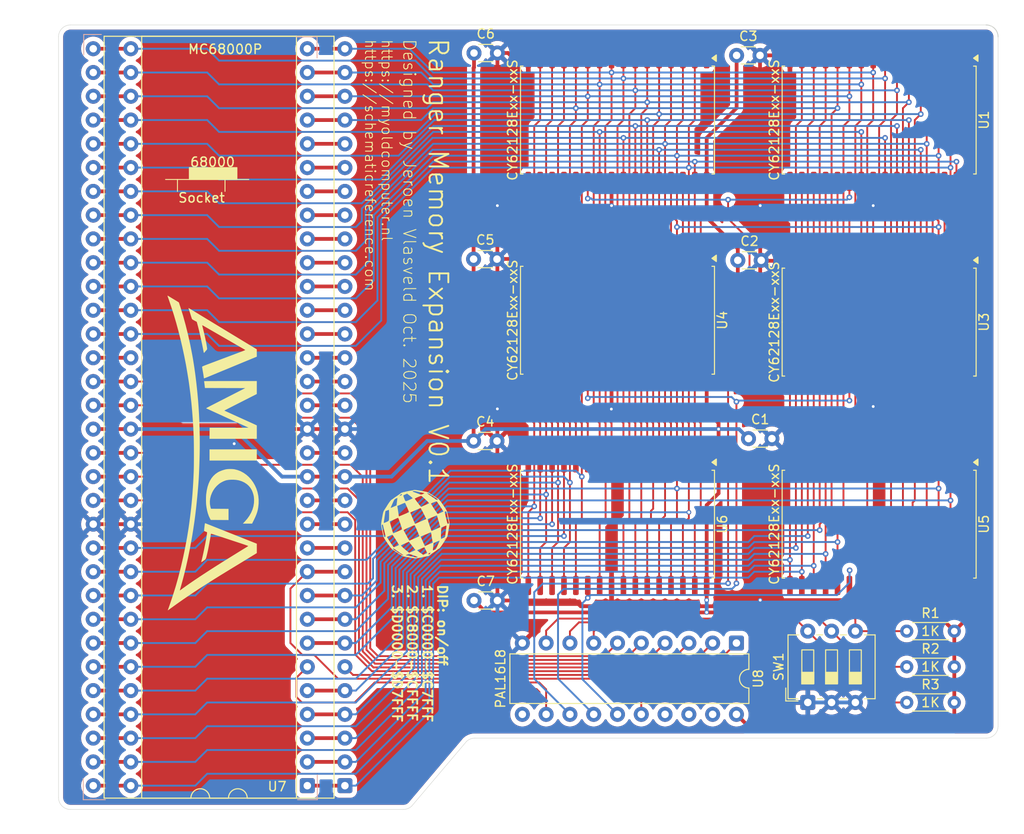
<source format=kicad_pcb>
(kicad_pcb (version 20241229) (generator "pcbnew") (generator_version "9.0")
  (title_block (title "Ranger Memory expansion") (date "2025-10-01") (rev "0.1"))
  (layers (0 "F.Cu" signal) (2 "B.Cu" signal) (13 "F.Paste" user) (15 "B.Paste" user) (5 "F.SilkS" user "F.Silkscreen") (7 "B.SilkS" user "B.Silkscreen") (1 "F.Mask" user) (3 "B.Mask" user) (25 "Edge.Cuts" user))
  (net 0 "")
  (net 1 "+5V")
  (net 2 "GND")
  (net 3 "A10")
  (net 4 "{slash}RESET")
  (net 5 "D9")
  (net 6 "D2")
  (net 7 "D5")
  (net 8 "A1")
  (net 9 "D14")
  (net 10 "{slash}BR")
  (net 11 "A8")
  (net 12 "A9")
  (net 13 "R{slash}W")
  (net 14 "A11")
  (net 15 "{slash}VMA")
  (net 16 "FC0")
  (net 17 "D10")
  (net 18 "D15")
  (net 19 "A15")
  (net 20 "{slash}UDS")
  (net 21 "A14")
  (net 22 "{slash}AS_MB")
  (net 23 "D11")
  (net 24 "{slash}HALT")
  (net 25 "D3")
  (net 26 "A21")
  (net 27 "D6")
  (net 28 "A12")
  (net 29 "A2")
  (net 30 "A7")
  (net 31 "A17")
  (net 32 "FC1")
  (net 33 "{slash}LDS")
  (net 34 "{slash}BERR")
  (net 35 "D0")
  (net 36 "A13")
  (net 37 "D1")
  (net 38 "A22")
  (net 39 "{slash}VPA")
  (net 40 "D7")
  (net 41 "{slash}DTACK")
  (net 42 "A18")
  (net 43 "A20")
  (net 44 "{slash}IPL2")
  (net 45 "A3")
  (net 46 "CLK")
  (net 47 "A19")
  (net 48 "FC2")
  (net 49 "A5")
  (net 50 "A6")
  (net 51 "D12")
  (net 52 "A16")
  (net 53 "A4")
  (net 54 "{slash}IPL1")
  (net 55 "A23")
  (net 56 "D4")
  (net 57 "D13")
  (net 58 "{slash}BG")
  (net 59 "{slash}BGACK")
  (net 60 "{slash}IPL0")
  (net 61 "D8")
  (net 62 "E")
  (net 63 "{slash}RAMCS1")
  (net 67 "{slash}RAMCS2")
  (net 70 "{slash}RAMCS3")
  (net 72 "{slash}AS_CPU")
  (net 75 "Net-(U8-I_{8})")
  (net 77 "Net-(U8-I_{7})")
  (net 78 "Net-(U8-I_{6})")
  (footprint "Capacitor_THT:C_Disc_D3.0mm_W1.6mm_P2.50mm" (layer "F.Cu") (at 109.093 85.979)
    (property "Reference" "C5")
    (property "Value" "100nF")
  )
  (footprint "Package_DIP:DIP-20_W7.62mm" (layer "F.Cu") (at 137.16 127 -90)
    (property "Reference" "U8")
    (property "Value" "PAL16L8")
  )
  (footprint "Amiga:Amiga_Logo_33.8x10mm" (layer "F.Cu") (at 81.28 106.68 -90)
    (property "Reference" "G***" (hide yes))
    (property "Value" "LOGO" (hide yes))
  )
  (footprint "Amiga:Boing_Ball_20x10mm" (layer "F.Cu") (at 102.87 114.3)
    (property "Reference" "G***" (hide yes))
    (property "Value" "LOGO" (hide yes))
  )
  (footprint "Capacitor_THT:C_Disc_D3.0mm_W1.6mm_P2.50mm" (layer "F.Cu") (at 137.18 64.2112)
    (property "Reference" "C3")
    (property "Value" "100nF")
  )
  (footprint "Capacitor_THT:C_Disc_D3.0mm_W1.6mm_P2.50mm" (layer "F.Cu") (at 137.307 86.106)
    (property "Reference" "C2")
    (property "Value" "100nF")
  )
  (footprint "Package_SO:SOP-32_11.305x20.495mm_P1.27mm" (layer "F.Cu") (at 152.4 92.71 -90)
    (property "Reference" "U3")
    (property "Value" "CY62128Exx-xxS")
  )
  (footprint "Capacitor_THT:C_Disc_D3.0mm_W1.6mm_P2.50mm" (layer "F.Cu") (at 109.1384 63.9572)
    (property "Reference" "C6")
    (property "Value" "100nF")
  )
  (footprint "Resistor_THT:R_Axial_DIN0204_L3.6mm_D1.6mm_P5.08mm_Horizontal" (layer "F.Cu") (at 155.3464 129.54)
    (property "Reference" "R2")
    (property "Value" "1K")
  )
  (footprint "Package_SO:SOP-32_11.305x20.495mm_P1.27mm" (layer "F.Cu") (at 124.46 71.12 -90)
    (property "Reference" "U2" (hide yes))
    (property "Value" "CY62128Exx-xxS")
  )
  (footprint "Capacitor_THT:C_Disc_D3.0mm_W1.6mm_P2.50mm" (layer "F.Cu") (at 138.45 105.156)
    (property "Reference" "C1")
    (property "Value" "100nF")
  )
  (footprint "Package_DIP:DIP-64_W22.86mm" (layer "F.Cu") (at 95.3516 142.24 180)
    (property "Reference" "U7")
    (property "Value" "MC68000P")
  )
  (footprint "Capacitor_THT:C_Disc_D3.0mm_W1.6mm_P2.50mm" (layer "F.Cu") (at 109.093 105.41)
    (property "Reference" "C4")
    (property "Value" "100nF")
  )
  (footprint "Package_DIP:DIP-64_W22.86mm" (layer "F.Cu") (at 91.3384 142.24 180)
    (property "Reference" "S1" (hide yes))
    (property "Value" "MC68000P_Socket")
  )
  (footprint "Button_Switch_THT:SW_DIP_SPSTx03_Slide_6.7x9.18mm_W7.62mm_P2.54mm_LowProfile" (layer "F.Cu") (at 144.78 133.35 90)
    (property "Reference" "SW1")
    (property "Value" "SW_DIP_x03" (hide yes))
  )
  (footprint "Capacitor_THT:C_Disc_D3.0mm_W1.6mm_P2.50mm" (layer "F.Cu") (at 109.1384 122.4534)
    (property "Reference" "C7")
    (property "Value" "100nF")
  )
  (footprint "Package_SO:SOP-32_11.305x20.495mm_P1.27mm" (layer "F.Cu") (at 152.4 114.3 -90)
    (property "Reference" "U5")
    (property "Value" "CY62128Exx-xxS")
  )
  (footprint "Package_SO:SOP-32_11.305x20.495mm_P1.27mm" (layer "F.Cu") (at 124.46 92.51 -90)
    (property "Reference" "U4")
    (property "Value" "CY62128Exx-xxS")
  )
  (footprint "Resistor_THT:R_Axial_DIN0204_L3.6mm_D1.6mm_P5.08mm_Horizontal" (layer "F.Cu") (at 155.3464 133.35)
    (property "Reference" "R3")
    (property "Value" "1K")
  )
  (footprint "Package_SO:SOP-32_11.305x20.495mm_P1.27mm" (layer "F.Cu") (at 124.46 114.3 -90)
    (property "Reference" "U6")
    (property "Value" "CY62128Exx-xxS")
  )
  (footprint "Package_SO:SOP-32_11.305x20.495mm_P1.27mm" (layer "F.Cu") (at 152.4 71.12 -90)
    (property "Reference" "U1")
    (property "Value" "CY62128Exx-xxS")
  )
  (footprint "Resistor_THT:R_Axial_DIN0204_L3.6mm_D1.6mm_P5.08mm_Horizontal" (layer "F.Cu") (at 155.3464 125.73)
    (property "Reference" "R1")
    (property "Value" "1K")
  )
  (gr_line (start 82.55 77.47) (end 82.55 78.74) (stroke (width 0.1)) (layer "F.SilkS"))
  (gr_line (start 77.47 77.47) (end 77.47 78.74) (stroke (width 0.1)) (layer "F.SilkS"))
  (gr_rect (start 78.74 76.2) (end 83.82 77.47) (stroke (width 0.1)) (fill yes) (layer "F.SilkS"))
  (gr_line (start 76.2 77.47) (end 85.09 77.47) (stroke (width 0.1)) (layer "F.SilkS"))
  (gr_line (start 67.4624 61.976) (end 67.4624 64.135) (stroke (width 0.1)) (layer "B.SilkS"))
  (gr_line (start 90.17 62.23) (end 92.3798 62.23) (stroke (width 0.1)) (layer "B.SilkS"))
  (gr_line (start 92.4052 143.7386) (end 92.4052 141.097) (stroke (width 0.1)) (layer "B.SilkS"))
  (gr_line (start 69.342 61.976) (end 67.4624 61.976) (stroke (width 0.1)) (layer "B.SilkS"))
  (gr_line (start 90.297 143.7386) (end 92.4052 143.7386) (stroke (width 0.1)) (layer "B.SilkS"))
  (gr_line (start 67.4116 143.7386) (end 69.7738 143.7386) (stroke (width 0.1)) (layer "B.SilkS"))
  (gr_line (start 92.3798 62.23) (end 92.3798 64.4906) (stroke (width 0.1)) (layer "B.SilkS"))
  (gr_line (start 67.4116 141.5034) (end 67.4116 143.7386) (stroke (width 0.1)) (layer "B.SilkS"))
  (gr_line (start 66.04 60.96) (end 163.83 60.96) (stroke (width 0.05)) (layer "Edge.Cuts"))
  (gr_line (start 165.1 62.23) (end 165.1 135.89) (stroke (width 0.05)) (layer "Edge.Cuts"))
  (gr_arc (start 163.83 60.96) (mid 164.728026 61.331974) (end 165.1 62.23) (stroke (width 0.1)) (layer "Edge.Cuts"))
  (gr_line (start 108.321975 137.531974) (end 102.498025 144.408026) (stroke (width 0.05)) (layer "Edge.Cuts"))
  (gr_arc (start 108.321974 137.531974) (mid 108.733992 137.256672) (end 109.22 137.16) (stroke (width 0.05)) (layer "Edge.Cuts"))
  (gr_arc (start 165.1 135.89) (mid 164.728026 136.788026) (end 163.83 137.16) (stroke (width 0.05)) (layer "Edge.Cuts"))
  (gr_line (start 101.6 144.78) (end 66.04 144.78) (stroke (width 0.05)) (layer "Edge.Cuts"))
  (gr_line (start 163.83 137.16) (end 109.22 137.16) (stroke (width 0.05)) (layer "Edge.Cuts"))
  (gr_arc (start 102.498026 144.408026) (mid 102.086008 144.683328) (end 101.6 144.78) (stroke (width 0.05)) (layer "Edge.Cuts"))
  (gr_arc (start 66.04 144.78) (mid 65.141974 144.408026) (end 64.77 143.51) (stroke (width 0.05)) (layer "Edge.Cuts"))
  (gr_arc (start 64.77 62.23) (mid 65.141974 61.331974) (end 66.04 60.96) (stroke (width 0.05)) (layer "Edge.Cuts"))
  (gr_line (start 64.77 143.51) (end 64.77 62.23) (stroke (width 0.05)) (layer "Edge.Cuts"))
  (gr_text "Ranger Memory Expansion V0.1\n" (at 104.14 62.23 270) (layer "F.SilkS") (effects (font (size 2 2) (thickness 0.2) (bold yes)) (justify left bottom)))
  (gr_text "DIP: on/off\n1. $C0000-$C7FFF\n2. $C8000-$CFFFF\n3. $D0000-$D7FFF" (at 100.33 120.65 270) (layer "F.SilkS") (effects (font (size 1 1) (thickness 0.2) (bold yes)) (justify left bottom)))
  (gr_text "68000" (at 78.74 76.2 0) (layer "F.SilkS") (effects (font (size 1 1)) (justify left bottom)))
  (gr_text "Socket" (at 77.47 80.01 0) (layer "F.SilkS") (effects (font (size 1 1)) (justify left bottom)))
  (gr_text "Designed by Jeroen Vlasveld Oct. 2025" (at 101.473 62.3824 270) (layer "F.SilkS") (effects (font (size 1.3 1.3) (thickness 0.1)) (justify left bottom)))
  (gr_text "https://myoldcomputer.nl\nhttps://schematicreference.com" (at 97.409 62.4332 270) (layer "F.SilkS") (effects (font (size 1.1 1.1) (thickness 0.1)) (justify left bottom)))
  (segment (start 160.4264 125.73) (end 160.4264 133.35) (width 0.4) (layer "F.Cu") (net 1))
  (segment (start 133.985 120.85) (end 133.985 122.4192) (width 0.4) (layer "F.Cu") (net 1))
  (segment (start 138.43 135.89) (end 137.16 134.62) (width 0.4) (layer "F.Cu") (net 1))
  (segment (start 109.093 105.41) (end 109.093 85.979) (width 0.4) (layer "F.Cu") (net 1))
  (segment (start 163.068 117.475) (end 161.925 118.618) (width 0.4) (layer "F.Cu") (net 1))
  (segment (start 109.093 85.979) (end 109.093 65.552) (width 0.4) (layer "F.Cu") (net 1))
  (segment (start 110.4156 123.7306) (end 139.309254 123.7306) (width 0.4) (layer "F.Cu") (net 1))
  (segment (start 135.255 103.505) (end 133.985 102.235) (width 0.4) (layer "F.Cu") (net 1))
  (segment (start 133.985 102.235) (end 133.985 99.06) (width 0.4) (layer "F.Cu") (net 1))
  (segment (start 91.44 109.22) (end 95.25 109.22) (width 0.4) (layer "F.Cu") (net 1))
  (segment (start 133.985 99.06) (end 133.985 97.155) (width 0.4) (layer "F.Cu") (net 1))
  (segment (start 133.985 77.67) (end 133.985 73.025) (width 0.4) (layer "F.Cu") (net 1))
  (segment (start 139.309254 123.7306) (end 140.019654 123.0202) (width 0.4) (layer "F.Cu") (net 1))
  (segment (start 140.019654 123.0202) (end 157.7166 123.0202) (width 0.4) (layer "F.Cu") (net 1))
  (segment (start 137.18 69.83) (end 137.18 64.2112) (width 0.4) (layer "F.Cu") (net 1))
  (segment (start 161.925 99.26) (end 161.925 104.775) (width 0.4) (layer "F.Cu") (net 1))
  (segment (start 161.925 77.67) (end 161.925 81.026) (width 0.4) (layer "F.Cu") (net 1))
  (segment (start 109.1384 122.4534) (end 110.4156 123.7306) (width 0.4) (layer "F.Cu") (net 1))
  (segment (start 109.093 65.552) (end 109.1384 65.5066) (width 0.4) (layer "F.Cu") (net 1))
  (segment (start 160.02 135.89) (end 138.43 135.89) (width 0.4) (layer "F.Cu") (net 1))
  (segment (start 134.62 92.71) (end 134.62 96.52) (width 0.4) (layer "F.Cu") (net 1))
  (segment (start 157.7166 123.0202) (end 160.4264 125.73) (width 0.4) (layer "F.Cu") (net 1))
  (segment (start 133.985 73.025) (end 137.18 69.83) (width 0.4) (layer "F.Cu") (net 1))
  (segment (start 161.925 97.028) (end 161.925 99.26) (width 0.4) (layer "F.Cu") (net 1))
  (segment (start 163.068 95.885) (end 161.925 97.028) (width 0.4) (layer "F.Cu") (net 1))
  (segment (start 134.62 92.71) (end 137.307 90.023) (width 0.4) (layer "F.Cu") (net 1))
  (segment (start 133.985 81.534) (end 133.985 77.67) (width 0.4) (layer "F.Cu") (net 1))
  (segment (start 163.068 105.918) (end 163.068 117.475) (width 0.4) (layer "F.Cu") (net 1))
  (segment (start 161.925 118.618) (end 161.925 120.85) (width 0.4) (layer "F.Cu") (net 1))
  (segment (start 161.925 120.85) (end 161.925 124.2314) (width 0.4) (layer "F.Cu") (net 1))
  (segment (start 133.985 120.85) (end 133.985 112.268) (width 0.4) (layer "F.Cu") (net 1))
  (segment (start 160.4264 133.35) (end 160.4264 135.4836) (width 0.4) (layer "F.Cu") (net 1))
  (segment (start 68.58 104.14) (end 72.39 104.14) (width 0.4) (layer "F.Cu") (net 1))
  (segment (start 161.925 124.2314) (end 160.4264 125.73) (width 0.4) (layer "F.Cu") (net 1))
  (segment (start 134.62 96.52) (end 133.985 97.155) (width 0.4) (layer "F.Cu") (net 1))
  (segment (start 133.985 81.534) (end 137.307 84.856) (width 0.4) (layer "F.Cu") (net 1))
  (segment (start 137.307 86.106) (end 137.307 90.023) (width 0.4) (layer "F.Cu") (net 1))
  (segment (start 137.307 84.856) (end 137.307 86.106) (width 0.4) (layer "F.Cu") (net 1))
  (segment (start 109.1384 65.5066) (end 109.1384 63.9572) (width 0.4) (layer "F.Cu") (net 1))
  (segment (start 163.068 82.169) (end 163.068 95.885) (width 0.4) (layer "F.Cu") (net 1))
  (segment (start 161.925 104.775) (end 163.068 105.918) (width 0.4) (layer "F.Cu") (net 1))
  (segment (start 161.925 81.026) (end 163.068 82.169) (width 0.4) (layer "F.Cu") (net 1))
  (segment (start 160.4264 135.4836) (end 160.02 135.89) (width 0.4) (layer "F.Cu") (net 1))
  (segment (start 133.985 112.268) (end 135.255 110.998) (width 0.4) (layer "F.Cu") (net 1))
  (segment (start 135.255 110.998) (end 135.255 103.505) (width 0.4) (layer "F.Cu") (net 1))
  (via (at 135.255 104.14) (size 0.5) (drill 0.3) (layers "F.Cu" "B.Cu") (net 1))
  (via (at 133.979292 123.7202) (size 0.5) (drill 0.3) (layers "F.Cu" "B.Cu") (net 1))
  (via (at 133.985 122.4192) (size 0.5) (drill 0.3) (layers "F.Cu" "B.Cu") (net 1))
  (segment (start 133.985 123.714492) (end 133.979292 123.7202) (width 0.4) (layer "B.Cu") (net 1))
  (segment (start 100.33 109.22) (end 95.3516 109.22) (width 0.4) (layer "B.Cu") (net 1))
  (segment (start 110.363 104.14) (end 135.255 104.14) (width 0.4) (layer "B.Cu") (net 1))
  (segment (start 109.093 105.41) (end 110.363 104.14) (width 0.4) (layer "B.Cu") (net 1))
  (segment (start 88.646 109.22) (end 83.566 104.14) (width 0.4) (layer "B.Cu") (net 1))
  (segment (start 91.3384 109.22) (end 88.646 109.22) (width 0.4) (layer "B.Cu") (net 1))
  (segment (start 137.434 104.14) (end 138.45 105.156) (width 0.4) (layer "B.Cu") (net 1))
  (segment (start 135.255 104.14) (end 137.434 104.14) (width 0.4) (layer "B.Cu") (net 1))
  (segment (start 104.14 105.41) (end 100.33 109.22) (width 0.4) (layer "B.Cu") (net 1))
  (segment (start 109.093 105.41) (end 104.14 105.41) (width 0.4) (layer "B.Cu") (net 1))
  (segment (start 83.566 104.14) (end 72.4916 104.14) (width 0.4) (layer "B.Cu") (net 1))
  (segment (start 133.985 122.4192) (end 133.985 123.714492) (width 0.4) (layer "B.Cu") (net 1))
  (segment (start 139.7 107.75) (end 142.875 107.75) (width 0.4) (layer "F.Cu") (net 2))
  (segment (start 151.2404 122.4192) (end 151.765 121.8946) (width 0.4) (layer "F.Cu") (net 2))
  (segment (start 139.7 122.4192) (end 151.2404 122.4192) (width 0.4) (layer "F.Cu") (net 2))
  (segment (start 123.825 77.67) (end 123.825 80.264) (width 0.4) (layer "F.Cu") (net 2))
  (segment (start 111.6384 66.4918) (end 111.6384 63.9572) (width 0.4) (layer "F.Cu") (net 2))
  (segment (start 111.633 85.979) (end 112.014 85.979) (width 0.4) (layer "F.Cu") (net 2))
  (segment (start 139.7 66.1416) (end 139.68 66.1216) (width 0.4) (layer "F.Cu") (net 2))
  (segment (start 139.7 103.906) (end 139.7 86.16) (width 0.4) (layer "F.Cu") (net 2))
  (segment (start 114.935 107.75) (end 111.633 107.75) (width 0.4) (layer "F.Cu") (net 2))
  (segment (start 111.633 107.75) (end 111.633 101.981) (width 0.4) (layer "F.Cu") (net 2))
  (segment (start 112.7728 63.9572) (end 113.3856 64.57) (width 0.4) (layer "F.Cu") (net 2))
  (segment (start 111.6384 119.8172) (end 111.6384 122.4534) (width 0.4) (layer "F.Cu") (net 2))
  (segment (start 140.95 105.156) (end 139.7 103.906) (width 0.4) (layer "F.Cu") (net 2))
  (segment (start 139.7 106.406) (end 140.95 105.156) (width 0.4) (layer "F.Cu") (net 2))
  (segment (start 139.68 64.2112) (end 141.17 64.2112) (width 0.4) (layer "F.Cu") (net 2))
  (segment (start 139.049 123.0702) (end 139.7 122.4192) (width 0.4) (layer "F.Cu") (net 2))
  (segment (start 151.765 77.67) (end 151.765 80.264) (width 0.4) (layer "F.Cu") (net 2))
  (segment (start 139.7 122.4192) (end 139.7 108.458) (width 0.4) (layer "F.Cu") (net 2))
  (segment (start 111.633 119.8118) (end 111.633 107.75) (width 0.4) (layer "F.Cu") (net 2))
  (segment (start 112.014 85.979) (end 112.033 85.96) (width 0.4) (layer "F.Cu") (net 2))
  (segment (start 120.523 123.063) (end 124.0028 123.063) (width 0.4) (layer "F.Cu") (net 2))
  (segment (start 141.17 64.2112) (end 141.5288 64.57) (width 0.4) (layer "F.Cu") (net 2))
  (segment (start 111.6384 122.4534) (end 119.9134 122.4534) (width 0.4) (layer "F.Cu") (net 2))
  (segment (start 151.765 121.8946) (end 151.765 120.85) (width 0.4) (layer "F.Cu") (net 2))
  (segment (start 68.58 114.3) (end 72.39 114.3) (width 0.4) (layer "F.Cu") (net 2))
  (segment (start 85.09 104.14) (end 91.3384 104.14) (width 0.4) (layer "F.Cu") (net 2))
  (segment (start 139.68 66.1216) (end 139.68 64.2112) (width 0.4) (layer "F.Cu") (net 2))
  (segment (start 114.935 64.57) (end 113.3856 64.57) (width 0.4) (layer "F.Cu") (net 2))
  (segment (start 111.633 66.4972) (end 111.633 85.979) (width 0.4) (layer "F.Cu") (net 2))
  (segment (start 83.5279 105.7021) (end 85.09 104.14) (width 0.4) (layer "F.Cu") (net 2))
  (segment (start 111.633 66.4972) (end 111.6384 66.4918) (width 0.4) (layer "F.Cu") (net 2))
  (segment (start 139.7 66.1416) (end 139.7 86.16) (width 0.4) (layer "F.Cu") (net 2))
  (segment (start 123.804 102.002) (end 123.825 101.981) (width 0.4) (layer "F.Cu") (net 2))
  (segment (start 151.765 99.26) (end 151.765 101.727) (width 0.4) (layer "F.Cu") (net 2))
  (segment (start 111.6384 63.9572) (end 112.7728 63.9572) (width 0.4) (layer "F.Cu") (net 2))
  (segment (start 111.633 101.981) (end 111.633 85.979) (width 0.4) (layer "F.Cu") (net 2))
  (segment (start 91.44 104.14) (end 95.25 104.14) (width 0.4) (layer "F.Cu") (net 2))
  (segment (start 123.825 120.85) (end 123.825 123.0702) (width 0.4) (layer "F.Cu") (net 2))
  (segment (start 139.7 108.458) (end 139.7 107.75) (width 0.4) (layer "F.Cu") (net 2))
  (segment (start 142.875 86.16) (end 139.7 86.16) (width 0.4) (layer "F.Cu") (net 2))
  (segment (start 123.825 123.0702) (end 139.049 123.0702) (width 0.4) (layer "F.Cu") (net 2))
  (segment (start 111.633 119.8118) (end 111.6384 119.8172) (width 0.4) (layer "F.Cu") (net 2))
  (segment (start 139.7 106.406) (end 139.7 108.458) (width 0.4) (layer "F.Cu") (net 2))
  (segment (start 123.825 101.981) (end 123.825 99.06) (width 0.4) (layer "F.Cu") (net 2))
  (segment (start 112.033 85.96) (end 114.935 85.96) (width 0.4) (layer "F.Cu") (net 2))
  (segment (start 119.9134 122.4534) (end 120.523 123.063) (width 0.4) (layer "F.Cu") (net 2))
  (segment (start 142.875 64.57) (end 141.5288 64.57) (width 0.4) (layer "F.Cu") (net 2))
  (via (at 83.5279 105.7021) (size 0.5) (drill 0.3) (layers "F.Cu" "B.Cu") (net 2))
  (via (at 123.804 102.002) (size 0.5) (drill 0.3) (layers "F.Cu" "B.Cu") (net 2))
  (via (at 151.765 101.727) (size 0.5) (drill 0.3) (layers "F.Cu" "B.Cu") (net 2))
  (via (at 151.765 80.264) (size 0.5) (drill 0.3) (layers "F.Cu" "B.Cu") (net 2))
  (via (at 139.7 80.264) (size 0.5) (drill 0.3) (layers "F.Cu" "B.Cu") (net 2))
  (via (at 123.825 80.264) (size 0.5) (drill 0.3) (layers "F.Cu" "B.Cu") (net 2))
  (via (at 111.633 80.264) (size 0.5) (drill 0.3) (layers "F.Cu" "B.Cu") (net 2))
  (via (at 111.633 101.981) (size 0.5) (drill 0.3) (layers "F.Cu" "B.Cu") (net 2))
  (via (at 139.7 122.4192) (size 0.5) (drill 0.3) (layers "F.Cu" "B.Cu") (net 2))
  (segment (start 111.6384 122.4534) (end 111.6384 124.3384) (width 0.4) (layer "B.Cu") (net 2))
  (segment (start 83.5279 105.7021) (end 74.93 114.3) (width 0.4) (layer "B.Cu") (net 2))
  (segment (start 111.633 101.981) (end 106.934 101.981) (width 0.4) (layer "B.Cu") (net 2))
  (segment (start 151.765 101.727) (end 151.384 102.108) (width 0.4) (layer "B.Cu") (net 2))
  (segment (start 104.775 104.14) (end 95.3516 104.14) (width 0.4) (layer "B.Cu") (net 2))
  (segment (start 111.633 80.264) (end 123.825 80.264) (width 0.4) (layer "B.Cu") (net 2))
  (segment (start 111.6384 124.3384) (end 114.3 127) (width 0.4) (layer "B.Cu") (net 2))
  (segment (start 151.765 80.264) (end 139.7 80.264) (width 0.4) (layer "B.Cu") (net 2))
  (segment (start 123.783 101.981) (end 123.804 102.002) (width 0.4) (layer "B.Cu") (net 2))
  (segment (start 144.78 131.445) (end 144.78 133.35) (width 0.4) (layer "B.Cu") (net 2))
  (segment (start 144.78 133.35) (end 149.86 133.35) (width 0.4) (layer "B.Cu") (net 2))
  (segment (start 139.7 122.4192) (end 139.7 126.365) (width 0.4) (layer "B.Cu") (net 2))
  (segment (start 140.95 105.156) (end 143.998 102.108) (width 0.4) (layer "B.Cu") (net 2))
  (segment (start 74.93 114.3) (end 72.4916 114.3) (width 0.4) (layer "B.Cu") (net 2))
  (segment (start 111.633 101.981) (end 123.783 101.981) (width 0.4) (layer "B.Cu") (net 2))
  (segment (start 143.998 102.108) (end 151.384 102.108) (width 0.4) (layer "B.Cu") (net 2))
  (segment (start 139.7 126.365) (end 144.78 131.445) (width 0.4) (layer "B.Cu") (net 2))
  (segment (start 106.934 101.981) (end 104.775 104.14) (width 0.4) (layer "B.Cu") (net 2))
  (segment (start 154.305 71.755) (end 154.305 77.67) (width 0.2) (layer "F.Cu") (net 3))
  (segment (start 154.305 114.3) (end 154.305 120.85) (width 0.2) (layer "F.Cu") (net 3))
  (segment (start 126.365 81.28) (end 127 81.915) (width 0.2) (layer "F.Cu") (net 3))
  (segment (start 154.305 95.25) (end 154.305 102.87) (width 0.2) (layer "F.Cu") (net 3))
  (segment (start 126.365 71.755) (end 126.365 77.67) (width 0.2) (layer "F.Cu") (net 3))
  (segment (start 126.365 114.3) (end 126.365 120.85) (width 0.2) (layer "F.Cu") (net 3))
  (segment (start 154.94 103.505) (end 154.94 113.665) (width 0.2) (layer "F.Cu") (net 3))
  (segment (start 68.4784 76.2) (end 72.4916 76.2) (width 0.4) (layer "F.Cu") (net 3))
  (segment (start 154.305 102.87) (end 154.94 103.505) (width 0.2) (layer "F.Cu") (net 3))
  (segment (start 127 103.505) (end 127 113.665) (width 0.2) (layer "F.Cu") (net 3))
  (segment (start 154.94 81.915) (end 154.94 94.615) (width 0.2) (layer "F.Cu") (net 3))
  (segment (start 127 113.665) (end 126.365 114.3) (width 0.2) (layer "F.Cu") (net 3))
  (segment (start 127 81.915) (end 127 94.615) (width 0.2) (layer "F.Cu") (net 3))
  (segment (start 154.94 113.665) (end 154.305 114.3) (width 0.2) (layer "F.Cu") (net 3))
  (segment (start 154.94 94.615) (end 154.305 95.25) (width 0.2) (layer "F.Cu") (net 3))
  (segment (start 126.365 102.87) (end 127 103.505) (width 0.2) (layer "F.Cu") (net 3))
  (segment (start 126.365 77.67) (end 126.365 81.28) (width 0.2) (layer "F.Cu") (net 3))
  (segment (start 127 94.615) (end 126.365 95.25) (width 0.2) (layer "F.Cu") (net 3))
  (segment (start 154.305 81.28) (end 154.94 81.915) (width 0.2) (layer "F.Cu") (net 3))
  (segment (start 126.365 95.25) (end 126.365 102.87) (width 0.2) (layer "F.Cu") (net 3))
  (segment (start 154.305 77.67) (end 154.305 81.28) (width 0.2) (layer "F.Cu") (net 3))
  (via (at 154.305 71.755) (size 0.6) (drill 0.3) (layers "F.Cu" "B.Cu") (net 3))
  (via (at 126.365 71.755) (size 0.6) (drill 0.3) (layers "F.Cu" "B.Cu") (net 3))
  (segment (start 126.365 71.755) (end 104.82266 71.755) (width 0.2) (layer "B.Cu") (net 3))
  (segment (start 126.365 71.755) (end 154.305 71.755) (width 0.2) (layer "B.Cu") (net 3))
  (segment (start 104.82266 71.755) (end 99.10766 77.47) (width 0.2) (layer "B.Cu") (net 3))
  (segment (start 99.10766 77.47) (end 81.915 77.47) (width 0.2) (layer "B.Cu") (net 3))
  (segment (start 80.645 76.2) (end 72.4916 76.2) (width 0.2) (layer "B.Cu") (net 3))
  (segment (start 81.915 77.47) (end 80.645 76.2) (width 0.2) (layer "B.Cu") (net 3))
  (segment (start 91.44 99.06) (end 95.25 99.06) (width 0.4) (layer "F.Cu") (net 4))
  (segment (start 117.475 114.3) (end 117.475 107.75) (width 0.2) (layer "F.Cu") (net 5))
  (segment (start 68.58 132.08) (end 72.39 132.08) (width 0.4) (layer "F.Cu") (net 5))
  (segment (start 116.84 81.28) (end 117.475 81.915) (width 0.2) (layer "F.Cu") (net 5))
  (segment (start 117.475 94.615) (end 116.84 95.25) (width 0.2) (layer "F.Cu") (net 5))
  (segment (start 117.475 107.75) (end 117.475 103.505) (width 0.2) (layer "F.Cu") (net 5))
  (segment (start 117.475 71.12) (end 116.84 71.755) (width 0.2) (layer "F.Cu") (net 5))
  (segment (start 116.84 71.755) (end 116.84 81.28) (width 0.2) (layer "F.Cu") (net 5))
  (segment (start 117.475 64.57) (end 117.475 71.12) (width 0.2) (layer "F.Cu") (net 5))
  (segment (start 117.475 81.915) (end 117.475 94.615) (width 0.2) (layer "F.Cu") (net 5))
  (segment (start 116.84 102.87) (end 117.475 103.505) (width 0.2) (layer "F.Cu") (net 5))
  (segment (start 116.84 95.25) (end 116.84 102.87) (width 0.2) (layer "F.Cu") (net 5))
  (via (at 117.475 114.3) (size 0.6) (drill 0.3) (layers "F.Cu" "B.Cu") (net 5))
  (segment (start 101.166 126.164) (end 101.166 119.1551) (width 0.2) (layer "B.Cu") (net 5))
  (segment (start 96.52 130.81) (end 101.166 126.164) (width 0.2) (layer "B.Cu") (net 5))
  (segment (start 79.375 132.08) (end 80.645 130.81) (width 0.2) (layer "B.Cu") (net 5))
  (segment (start 101.166 119.1551) (end 106.0211 114.3) (width 0.2) (layer "B.Cu") (net 5))
  (segment (start 80.645 130.81) (end 96.52 130.81) (width 0.2) (layer "B.Cu") (net 5))
  (segment (start 106.0211 114.3) (end 117.475 114.3) (width 0.2) (layer "B.Cu") (net 5))
  (segment (start 72.4916 132.08) (end 79.375 132.08) (width 0.2) (layer "B.Cu") (net 5))
  (segment (start 144.145 103.505) (end 143.51 102.87) (width 0.2) (layer "F.Cu") (net 6))
  (segment (start 91.44 137.16) (end 95.25 137.16) (width 0.4) (layer "F.Cu") (net 6))
  (segment (start 144.145 94.615) (end 144.145 81.915) (width 0.2) (layer "F.Cu") (net 6))
  (segment (start 144.145 71.12) (end 144.145 64.57) (width 0.2) (layer "F.Cu") (net 6))
  (segment (start 143.51 81.28) (end 143.51 71.755) (width 0.2) (layer "F.Cu") (net 6))
  (segment (start 143.51 102.87) (end 143.51 95.25) (width 0.2) (layer "F.Cu") (net 6))
  (segment (start 143.51 114.2321) (end 144.145 113.5971) (width 0.2) (layer "F.Cu") (net 6))
  (segment (start 144.145 107.75) (end 144.145 103.505) (width 0.2) (layer "F.Cu") (net 6))
  (segment (start 143.51 116.84) (end 143.51 114.2321) (width 0.2) (layer "F.Cu") (net 6))
  (segment (start 143.51 95.25) (end 144.145 94.615) (width 0.2) (layer "F.Cu") (net 6))
  (segment (start 144.145 113.5971) (end 144.145 107.75) (width 0.2) (layer "F.Cu") (net 6))
  (segment (start 144.145 81.915) (end 143.51 81.28) (width 0.2) (layer "F.Cu") (net 6))
  (segment (start 143.51 71.755) (end 144.145 71.12) (width 0.2) (layer "F.Cu") (net 6))
  (via (at 143.51 116.84) (size 0.6) (drill 0.3) (layers "F.Cu" "B.Cu") (net 6))
  (segment (start 95.3516 137.16) (end 96.52 137.16) (width 0.2) (layer "B.Cu") (net 6))
  (segment (start 138.43 117.475) (end 139.065 116.84) (width 0.2) (layer "B.Cu") (net 6))
  (segment (start 103.171 130.509) (end 103.171 119.9856) (width 0.2) (layer "B.Cu") (net 6))
  (segment (start 103.171 119.9856) (end 105.6816 117.475) (width 0.2) (layer "B.Cu") (net 6))
  (segment (start 96.52 137.16) (end 103.171 130.509) (width 0.2) (layer "B.Cu") (net 6))
  (segment (start 105.6816 117.475) (end 138.43 117.475) (width 0.2) (layer "B.Cu") (net 6))
  (segment (start 139.065 116.84) (end 143.51 116.84) (width 0.2) (layer "B.Cu") (net 6))
  (segment (start 146.05 103.505) (end 146.05 113.665) (width 0.2) (layer "F.Cu") (net 7))
  (segment (start 146.05 113.665) (end 145.415 114.3) (width 0.2) (layer "F.Cu") (net 7))
  (segment (start 145.415 95.25) (end 145.415 102.87) (width 0.2) (layer "F.Cu") (net 7))
  (segment (start 145.415 77.67) (end 145.415 81.28) (width 0.2) (layer "F.Cu") (net 7))
  (segment (start 68.58 142.24) (end 72.39 142.24) (width 0.4) (layer "F.Cu") (net 7))
  (segment (start 145.415 102.87) (end 146.05 103.505) (width 0.2) (layer "F.Cu") (net 7))
  (segment (start 146.05 81.915) (end 146.05 94.615) (width 0.2) (layer "F.Cu") (net 7))
  (segment (start 145.415 114.3) (end 145.415 120.85) (width 0.2) (layer "F.Cu") (net 7))
  (segment (start 145.415 81.28) (end 146.05 81.915) (width 0.2) (layer "F.Cu") (net 7))
  (segment (start 146.05 94.615) (end 145.415 95.25) (width 0.2) (layer "F.Cu") (net 7))
  (via (at 145.415 118.745) (size 0.6) (drill 0.3) (layers "F.Cu" "B.Cu") (net 7))
  (segment (start 79.375 142.24) (end 72.4916 142.24) (width 0.2) (layer "B.Cu") (net 7))
  (segment (start 96.52 140.97) (end 80.645 140.97) (width 0.2) (layer "B.Cu") (net 7))
  (segment (start 139.065 118.745) (end 138.43 119.38) (width 0.2) (layer "B.Cu") (net 7))
  (segment (start 104.374 120.4839) (end 104.374 133.116) (width 0.2) (layer "B.Cu") (net 7))
  (segment (start 138.43 119.38) (end 105.4779 119.38) (width 0.2) (layer "B.Cu") (net 7))
  (segment (start 80.645 140.97) (end 79.375 142.24) (width 0.2) (layer "B.Cu") (net 7))
  (segment (start 105.4779 119.38) (end 104.374 120.4839) (width 0.2) (layer "B.Cu") (net 7))
  (segment (start 145.415 118.745) (end 139.065 118.745) (width 0.2) (layer "B.Cu") (net 7))
  (segment (start 104.374 133.116) (end 96.52 140.97) (width 0.2) (layer "B.Cu") (net 7))
  (segment (start 91.44 71.12) (end 95.25 71.12) (width 0.4) (layer "F.Cu") (net 8))
  (segment (start 120.015 64.57) (end 120.015 71.12) (width 0.2) (layer "F.Cu") (net 8))
  (segment (start 147.955 69.85) (end 147.32 70.485) (width 0.2) (layer "F.Cu") (net 8))
  (segment (start 147.955 69.85) (end 147.955 64.57) (width 0.2) (layer "F.Cu") (net 8))
  (segment (start 120.015 94.615) (end 119.38 95.25) (width 0.2) (layer "F.Cu") (net 8))
  (segment (start 147.32 102.87) (end 147.955 103.505) (width 0.2) (layer "F.Cu") (net 8))
  (segment (start 120.015 107.75) (end 120.015 103.505) (width 0.2) (layer "F.Cu") (net 8))
  (segment (start 147.955 103.505) (end 147.955 107.75) (width 0.2) (layer "F.Cu") (net 8))
  (segment (start 147.32 95.3179) (end 147.32 102.87) (width 0.2) (layer "F.Cu") (net 8))
  (segment (start 119.38 81.28) (end 120.015 81.915) (width 0.2) (layer "F.Cu") (net 8))
  (segment (start 120.015 71.12) (end 119.38 71.755) (width 0.2) (layer "F.Cu") (net 8))
  (segment (start 147.32 81.2121) (end 147.955 81.8471) (width 0.2) (layer "F.Cu") (net 8))
  (segment (start 119.38 71.755) (end 119.38 81.28) (width 0.2) (layer "F.Cu") (net 8))
  (segment (start 147.955 81.8471) (end 147.955 94.6829) (width 0.2) (layer "F.Cu") (net 8))
  (segment (start 147.955 94.6829) (end 147.32 95.3179) (width 0.2) (layer "F.Cu") (net 8))
  (segment (start 147.32 70.485) (end 147.32 81.2121) (width 0.2) (layer "F.Cu") (net 8))
  (segment (start 119.38 95.25) (end 119.38 102.87) (width 0.2) (layer "F.Cu") (net 8))
  (segment (start 119.38 102.87) (end 120.015 103.505) (width 0.2) (layer "F.Cu") (net 8))
  (segment (start 120.015 81.915) (end 120.015 94.615) (width 0.2) (layer "F.Cu") (net 8))
  (via (at 147.955 69.85) (size 0.6) (drill 0.3) (layers "F.Cu" "B.Cu") (net 8))
  (via (at 120.015 69.85) (size 0.6) (drill 0.3) (layers "F.Cu" "B.Cu") (net 8))
  (segment (start 104.775 69.85) (end 103.505 71.12) (width 0.2) (layer "B.Cu") (net 8))
  (segment (start 147.955 69.85) (end 120.015 69.85) (width 0.2) (layer "B.Cu") (net 8))
  (segment (start 103.505 71.12) (end 95.3516 71.12) (width 0.2) (layer "B.Cu") (net 8))
  (segment (start 120.015 69.85) (end 104.775 69.85) (width 0.2) (layer "B.Cu") (net 8))
  (segment (start 119.38 109.855) (end 119.38 116.205) (width 0.2) (layer "F.Cu") (net 9))
  (segment (start 118.745 77.67) (end 118.745 81.28) (width 0.2) (layer "F.Cu") (net 9))
  (segment (start 118.745 102.87) (end 119.38 103.505) (width 0.2) (layer "F.Cu") (net 9))
  (segment (start 118.745 116.84) (end 118.745 120.85) (width 0.2) (layer "F.Cu") (net 9))
  (segment (start 118.745 95.25) (end 118.745 102.87) (width 0.2) (layer "F.Cu") (net 9))
  (segment (start 68.58 119.38) (end 72.39 119.38) (width 0.4) (layer "F.Cu") (net 9))
  (segment (start 119.38 116.205) (end 118.745 116.84) (width 0.2) (layer "F.Cu") (net 9))
  (segment (start 119.38 94.615) (end 118.745 95.25) (width 0.2) (layer "F.Cu") (net 9))
  (segment (start 119.38 81.915) (end 119.38 94.615) (width 0.2) (layer "F.Cu") (net 9))
  (segment (start 118.745 81.28) (end 119.38 81.915) (width 0.2) (layer "F.Cu") (net 9))
  (segment (start 119.38 103.505) (end 119.38 109.855) (width 0.2) (layer "F.Cu") (net 9))
  (via (at 119.38 109.855) (size 0.6) (drill 0.3) (layers "F.Cu" "B.Cu") (net 9))
  (segment (start 118.745 109.22) (end 119.38 109.855) (width 0.2) (layer "B.Cu") (net 9))
  (segment (start 97.6743 118.11) (end 106.5643 109.22) (width 0.2) (layer "B.Cu") (net 9))
  (segment (start 72.4916 119.38) (end 79.375 119.38) (width 0.2) (layer "B.Cu") (net 9))
  (segment (start 79.375 119.38) (end 80.645 118.11) (width 0.2) (layer "B.Cu") (net 9))
  (segment (start 106.5643 109.22) (end 118.745 109.22) (width 0.2) (layer "B.Cu") (net 9))
  (segment (start 80.645 118.11) (end 97.6743 118.11) (width 0.2) (layer "B.Cu") (net 9))
  (segment (start 91.44 111.76) (end 95.25 111.76) (width 0.4) (layer "F.Cu") (net 10))
  (segment (start 156.845 103.505) (end 156.845 107.75) (width 0.2) (layer "F.Cu") (net 11))
  (segment (start 156.21 102.87) (end 156.845 103.505) (width 0.2) (layer "F.Cu") (net 11))
  (segment (start 156.845 70.485) (end 156.21 71.12) (width 0.2) (layer "F.Cu") (net 11))
  (segment (start 128.27 81.28) (end 128.905 81.915) (width 0.2) (layer "F.Cu") (net 11))
  (segment (start 128.27 95.25) (end 128.27 102.87) (width 0.2) (layer "F.Cu") (net 11))
  (segment (start 156.21 95.25) (end 156.21 102.87) (width 0.2) (layer "F.Cu") (net 11))
  (segment (start 156.845 81.915) (end 156.845 94.615) (width 0.2) (layer "F.Cu") (net 11))
  (segment (start 128.905 81.915) (end 128.905 94.615) (width 0.2) (layer "F.Cu") (net 11))
  (segment (start 68.58 71.12) (end 72.39 71.12) (width 0.4) (layer "F.Cu") (net 11))
  (segment (start 128.905 71.12) (end 128.27 71.755) (width 0.2) (layer "F.Cu") (net 11))
  (segment (start 156.21 81.28) (end 156.845 81.915) (width 0.2) (layer "F.Cu") (net 11))
  (segment (start 128.27 71.755) (end 128.27 81.28) (width 0.2) (layer "F.Cu") (net 11))
  (segment (start 128.27 102.87) (end 128.905 103.505) (width 0.2) (layer "F.Cu") (net 11))
  (segment (start 128.905 107.75) (end 128.905 103.505) (width 0.2) (layer "F.Cu") (net 11))
  (segment (start 128.905 64.57) (end 128.905 71.12) (width 0.2) (layer "F.Cu") (net 11))
  (segment (start 128.905 94.615) (end 128.27 95.25) (width 0.2) (layer "F.Cu") (net 11))
  (segment (start 156.845 70.485) (end 156.845 64.57) (width 0.2) (layer "F.Cu") (net 11))
  (segment (start 156.845 94.615) (end 156.21 95.25) (width 0.2) (layer "F.Cu") (net 11))
  (segment (start 156.21 71.12) (end 156.21 81.28) (width 0.2) (layer "F.Cu") (net 11))
  (via (at 128.905 70.485) (size 0.6) (drill 0.3) (layers "F.Cu" "B.Cu") (net 11))
  (via (at 156.845 70.485) (size 0.6) (drill 0.3) (layers "F.Cu" "B.Cu") (net 11))
  (segment (start 156.845 70.485) (end 128.905 70.485) (width 0.2) (layer "B.Cu") (net 11))
  (segment (start 103.05346 72.39) (end 81.915 72.39) (width 0.2) (layer "B.Cu") (net 11))
  (segment (start 128.905 70.485) (end 104.95846 70.485) (width 0.2) (layer "B.Cu") (net 11))
  (segment (start 80.645 71.12) (end 72.4916 71.12) (width 0.2) (layer "B.Cu") (net 11))
  (segment (start 81.915 72.39) (end 80.645 71.12) (width 0.2) (layer "B.Cu") (net 11))
  (segment (start 104.95846 70.485) (end 103.05346 72.39) (width 0.2) (layer "B.Cu") (net 11))
  (segment (start 156.21 111.76) (end 155.976 111.994) (width 0.2) (layer "F.Cu") (net 12))
  (segment (start 127.635 77.67) (end 127.635 81.28) (width 0.2) (layer "F.Cu") (net 12))
  (segment (start 155.976 113.899) (end 155.575 114.3) (width 0.2) (layer "F.Cu") (net 12))
  (segment (start 127.635 114.3) (end 127.635 120.85) (width 0.2) (layer "F.Cu") (net 12))
  (segment (start 155.575 99.26) (end 155.575 102.87) (width 0.2) (layer "F.Cu") (net 12))
  (segment (start 155.575 81.28) (end 156.21 81.915) (width 0.2) (layer "F.Cu") (net 12))
  (segment (start 127.635 95.25) (end 127.635 102.87) (width 0.2) (layer "F.Cu") (net 12))
  (segment (start 127.635 71.12) (end 127.635 77.67) (width 0.2) (layer "F.Cu") (net 12))
  (segment (start 128.036 112.883) (end 128.036 113.899) (width 0.2) (layer "F.Cu") (net 12))
  (segment (start 155.575 114.3) (end 155.575 120.85) (width 0.2) (layer "F.Cu") (net 12))
  (segment (start 128.27 112.649) (end 128.036 112.883) (width 0.2) (layer "F.Cu") (net 12))
  (segment (start 68.58 73.66) (end 72.39 73.66) (width 0.4) (layer "F.Cu") (net 12))
  (segment (start 127.635 102.87) (end 128.27 103.505) (width 0.2) (layer "F.Cu") (net 12))
  (segment (start 128.036 113.899) (end 127.635 114.3) (width 0.2) (layer "F.Cu") (net 12))
  (segment (start 155.575 102.87) (end 156.21 103.505) (width 0.2) (layer "F.Cu") (net 12))
  (segment (start 155.575 71.12) (end 155.575 77.67) (width 0.2) (layer "F.Cu") (net 12))
  (segment (start 127.635 81.28) (end 128.27 81.915) (width 0.2) (layer "F.Cu") (net 12))
  (segment (start 156.21 94.615) (end 155.575 95.25) (width 0.2) (layer "F.Cu") (net 12))
  (segment (start 156.21 81.915) (end 156.21 94.615) (width 0.2) (layer "F.Cu") (net 12))
  (segment (start 155.575 95.25) (end 155.575 99.26) (width 0.2) (layer "F.Cu") (net 12))
  (segment (start 155.976 111.994) (end 155.976 113.899) (width 0.2) (layer "F.Cu") (net 12))
  (segment (start 128.27 103.505) (end 128.27 112.649) (width 0.2) (layer "F.Cu") (net 12))
  (segment (start 128.27 94.615) (end 127.635 95.25) (width 0.2) (layer "F.Cu") (net 12))
  (segment (start 156.21 103.505) (end 156.21 111.76) (width 0.2) (layer "F.Cu") (net 12))
  (segment (start 128.27 81.915) (end 128.27 94.615) (width 0.2) (layer "F.Cu") (net 12))
  (segment (start 155.575 77.67) (end 155.575 81.28) (width 0.2) (layer "F.Cu") (net 12))
  (via (at 155.575 71.12) (size 0.6) (drill 0.3) (layers "F.Cu" "B.Cu") (net 12))
  (via (at 127.635 71.12) (size 0.6) (drill 0.3) (layers "F.Cu" "B.Cu") (net 12))
  (segment (start 127.635 71.12) (end 155.575 71.12) (width 0.2) (layer "B.Cu") (net 12))
  (segment (start 80.645 73.66) (end 81.915 74.93) (width 0.2) (layer "B.Cu") (net 12))
  (segment (start 81.915 74.93) (end 101.08056 74.93) (width 0.2) (layer "B.Cu") (net 12))
  (segment (start 104.89056 71.12) (end 127.635 71.12) (width 0.2) (layer "B.Cu") (net 12))
  (segment (start 72.4916 73.66) (end 80.645 73.66) (width 0.2) (layer "B.Cu") (net 12))
  (segment (start 104.89056 71.12) (end 101.08056 74.93) (width 0.2) (layer "B.Cu") (net 12))
  (segment (start 158.115 81.28) (end 158.75 81.915) (width 0.2) (layer "F.Cu") (net 13))
  (segment (start 130.175 95.25) (end 130.175 102.87) (width 0.2) (layer "F.Cu") (net 13))
  (segment (start 130.175 81.28) (end 130.81 81.915) (width 0.2) (layer "F.Cu") (net 13))
  (segment (start 158.115 114.3) (end 158.115 120.85) (width 0.2) (layer "F.Cu") (net 13))
  (segment (start 158.75 103.505) (end 158.75 113.665) (width 0.2) (layer "F.Cu") (net 13))
  (segment (start 130.81 103.505) (end 130.81 113.665) (width 0.2) (layer "F.Cu") (net 13))
  (segment (start 158.115 95.25) (end 158.115 99.26) (width 0.2) (layer "F.Cu") (net 13))
  (segment (start 158.75 94.615) (end 158.115 95.25) (width 0.2) (layer "F.Cu") (net 13))
  (segment (start 130.175 114.3) (end 130.175 120.85) (width 0.2) (layer "F.Cu") (net 13))
  (segment (start 130.81 113.665) (end 130.175 114.3) (width 0.2) (layer "F.Cu") (net 13))
  (segment (start 130.175 102.87) (end 130.81 103.505) (width 0.2) (layer "F.Cu") (net 13))
  (segment (start 158.115 102.87) (end 158.75 103.505) (width 0.2) (layer "F.Cu") (net 13))
  (segment (start 91.44 121.92) (end 95.25 121.92) (width 0.4) (layer "F.Cu") (net 13))
  (segment (start 130.175 77.67) (end 130.175 81.28) (width 0.2) (layer "F.Cu") (net 13))
  (segment (start 130.81 81.915) (end 130.81 94.615) (width 0.2) (layer "F.Cu") (net 13))
  (segment (start 158.75 81.915) (end 158.75 94.615) (width 0.2) (layer "F.Cu") (net 13))
  (segment (start 158.75 113.665) (end 158.115 114.3) (width 0.2) (layer "F.Cu") (net 13))
  (segment (start 130.81 94.615) (end 130.175 95.25) (width 0.2) (layer "F.Cu") (net 13))
  (segment (start 158.115 99.26) (end 158.115 102.87) (width 0.2) (layer "F.Cu") (net 13))
  (segment (start 158.115 77.67) (end 158.115 81.28) (width 0.2) (layer "F.Cu") (net 13))
  (via (at 158.75 110.49) (size 0.6) (drill 0.3) (layers "F.Cu" "B.Cu") (net 13))
  (via (at 130.81 82.55) (size 0.6) (drill 0.3) (layers "F.Cu" "B.Cu") (net 13))
  (via (at 158.75 82.55) (size 0.6) (drill 0.3) (layers "F.Cu" "B.Cu") (net 13))
  (via (at 130.81 110.49) (size 0.6) (drill 0.3) (layers "F.Cu" "B.Cu") (net 13))
  (segment (start 106.4285 110.49) (end 130.81 110.49) (width 0.2) (layer "B.Cu") (net 13))
  (segment (start 98.76 120.315) (end 98.76 118.1585) (width 0.2) (layer "B.Cu") (net 13))
  (segment (start 97.155 121.92) (end 98.76 120.315) (width 0.2) (layer "B.Cu") (net 13))
  (segment (start 98.76 118.1585) (end 106.4285 110.49) (width 0.2) (layer "B.Cu") (net 13))
  (segment (start 130.81 110.49) (end 158.75 110.49) (width 0.2) (layer "B.Cu") (net 13))
  (segment (start 130.81 82.55) (end 158.75 82.55) (width 0.2) (layer "B.Cu") (net 13))
  (segment (start 95.3516 121.92) (end 97.155 121.92) (width 0.2) (layer "B.Cu") (net 13))
  (segment (start 122.555 77.67) (end 122.555 81.28) (width 0.2) (layer "F.Cu") (net 14))
  (segment (start 150.495 114.3) (end 150.495 120.85) (width 0.2) (layer "F.Cu") (net 14))
  (segment (start 151.13 103.505) (end 151.13 113.665) (width 0.2) (layer "F.Cu") (net 14))
  (segment (start 123.19 94.615) (end 122.555 95.25) (width 0.2) (layer "F.Cu") (net 14))
  (segment (start 123.19 81.915) (end 123.19 94.615) (width 0.2) (layer "F.Cu") (net 14))
  (segment (start 122.555 102.87) (end 123.19 103.505) (width 0.2) (layer "F.Cu") (net 14))
  (segment (start 123.19 103.505) (end 123.19 113.665) (width 0.2) (layer "F.Cu") (net 14))
  (segment (start 68.58 78.74) (end 72.39 78.74) (width 0.4) (layer "F.Cu") (net 14))
  (segment (start 151.13 81.915) (end 151.13 94.615) (width 0.2) (layer "F.Cu") (net 14))
  (segment (start 122.555 114.3) (end 122.555 120.85) (width 0.2) (layer "F.Cu") (net 14))
  (segment (start 150.495 72.39) (end 150.495 77.67) (width 0.2) (layer "F.Cu") (net 14))
  (segment (start 122.555 72.39) (end 122.555 77.67) (width 0.2) (layer "F.Cu") (net 14))
  (segment (start 150.495 77.67) (end 150.495 81.28) (width 0.2) (layer "F.Cu") (net 14))
  (segment (start 151.13 113.665) (end 150.495 114.3) (width 0.2) (layer "F.Cu") (net 14))
  (segment (start 122.555 95.25) (end 122.555 102.87) (width 0.2) (layer "F.Cu") (net 14))
  (segment (start 150.495 102.87) (end 151.13 103.505) (width 0.2) (layer "F.Cu") (net 14))
  (segment (start 150.495 81.28) (end 151.13 81.915) (width 0.2) (layer "F.Cu") (net 14))
  (segment (start 151.13 94.615) (end 150.495 95.25) (width 0.2) (layer "F.Cu") (net 14))
  (segment (start 123.19 113.665) (end 122.555 114.3) (width 0.2) (layer "F.Cu") (net 14))
  (segment (start 122.555 81.28) (end 123.19 81.915) (width 0.2) (layer "F.Cu") (net 14))
  (segment (start 150.495 95.25) (end 150.495 102.87) (width 0.2) (layer "F.Cu") (net 14))
  (via (at 150.495 72.39) (size 0.6) (drill 0.3) (layers "F.Cu" "B.Cu") (net 14))
  (via (at 122.555 72.39) (size 0.6) (drill 0.3) (layers "F.Cu" "B.Cu") (net 14))
  (segment (start 81.915 80.01) (end 97.155 80.01) (width 0.2) (layer "B.Cu") (net 14))
  (segment (start 72.4916 78.74) (end 80.645 78.74) (width 0.2) (layer "B.Cu") (net 14))
  (segment (start 104.775 72.39) (end 97.155 80.01) (width 0.2) (layer "B.Cu") (net 14))
  (segment (start 122.555 72.39) (end 104.775 72.39) (width 0.2) (layer "B.Cu") (net 14))
  (segment (start 122.555 72.39) (end 150.495 72.39) (width 0.2) (layer "B.Cu") (net 14))
  (segment (start 80.645 78.74) (end 81.915 80.01) (width 0.2) (layer "B.Cu") (net 14))
  (segment (start 91.44 96.52) (end 95.25 96.52) (width 0.4) (layer "F.Cu") (net 15))
  (segment (start 91.44 73.66) (end 95.25 73.66) (width 0.4) (layer "F.Cu") (net 16))
  (segment (start 115.57 95.25) (end 115.57 102.87) (width 0.2) (layer "F.Cu") (net 17))
  (segment (start 116.205 94.615) (end 115.57 95.25) (width 0.2) (layer "F.Cu") (net 17))
  (segment (start 116.205 113.665) (end 116.205 107.75) (width 0.2) (layer "F.Cu") (net 17))
  (segment (start 115.57 81.28) (end 116.205 81.915) (width 0.2) (layer "F.Cu") (net 17))
  (segment (start 116.205 64.57) (end 116.205 71.12) (width 0.2) (layer "F.Cu") (net 17))
  (segment (start 115.57 102.87) (end 116.205 103.505) (width 0.2) (layer "F.Cu") (net 17))
  (segment (start 116.205 71.12) (end 115.57 71.755) (width 0.2) (layer "F.Cu") (net 17))
  (segment (start 116.205 81.915) (end 116.205 94.615) (width 0.2) (layer "F.Cu") (net 17))
  (segment (start 116.205 107.75) (end 116.205 103.505) (width 0.2) (layer "F.Cu") (net 17))
  (segment (start 68.58 129.54) (end 72.39 129.54) (width 0.4) (layer "F.Cu") (net 17))
  (segment (start 115.57 71.755) (end 115.57 81.28) (width 0.2) (layer "F.Cu") (net 17))
  (via (at 116.205 113.665) (size 0.6) (drill 0.3) (layers "F.Cu" "B.Cu") (net 17))
  (segment (start 72.4916 129.54) (end 79.375 129.54) (width 0.2) (layer "B.Cu") (net 17))
  (segment (start 100.765 118.989) (end 106.089 113.665) (width 0.2) (layer "B.Cu") (net 17))
  (segment (start 106.089 113.665) (end 116.205 113.665) (width 0.2) (layer "B.Cu") (net 17))
  (segment (start 96.52 128.27) (end 100.765 124.025) (width 0.2) (layer "B.Cu") (net 17))
  (segment (start 80.645 128.27) (end 96.52 128.27) (width 0.2) (layer "B.Cu") (net 17))
  (segment (start 100.765 124.025) (end 100.765 118.989) (width 0.2) (layer "B.Cu") (net 17))
  (segment (start 79.375 129.54) (end 80.645 128.27) (width 0.2) (layer "B.Cu") (net 17))
  (segment (start 120.015 81.28) (end 120.65 81.915) (width 0.2) (layer "F.Cu") (net 18))
  (segment (start 120.65 81.915) (end 120.65 94.615) (width 0.2) (layer "F.Cu") (net 18))
  (segment (start 120.015 114.3) (end 120.015 120.85) (width 0.2) (layer "F.Cu") (net 18))
  (segment (start 120.65 113.665) (end 120.015 114.3) (width 0.2) (layer "F.Cu") (net 18))
  (segment (start 120.015 77.67) (end 120.015 81.28) (width 0.2) (layer "F.Cu") (net 18))
  (segment (start 120.65 94.615) (end 120.015 95.25) (width 0.2) (layer "F.Cu") (net 18))
  (segment (start 120.65 103.505) (end 120.65 113.665) (width 0.2) (layer "F.Cu") (net 18))
  (segment (start 68.58 116.84) (end 72.39 116.84) (width 0.4) (layer "F.Cu") (net 18))
  (segment (start 120.015 95.25) (end 120.015 102.87) (width 0.2) (layer "F.Cu") (net 18))
  (segment (start 120.015 102.87) (end 120.65 103.505) (width 0.2) (layer "F.Cu") (net 18))
  (via (at 120.65 109.22) (size 0.6) (drill 0.3) (layers "F.Cu" "B.Cu") (net 18))
  (segment (start 106.6322 108.585) (end 120.015 108.585) (width 0.2) (layer "B.Cu") (net 18))
  (segment (start 99.6472 115.57) (end 106.6322 108.585) (width 0.2) (layer "B.Cu") (net 18))
  (segment (start 72.4916 116.84) (end 79.375 116.84) (width 0.2) (layer "B.Cu") (net 18))
  (segment (start 80.645 115.57) (end 99.6472 115.57) (width 0.2) (layer "B.Cu") (net 18))
  (segment (start 120.015 108.585) (end 120.65 109.22) (width 0.2) (layer "B.Cu") (net 18))
  (segment (start 79.375 116.84) (end 80.645 115.57) (width 0.2) (layer "B.Cu") (net 18))
  (segment (start 159.385 107.75) (end 159.385 103.505) (width 0.2) (layer "F.Cu") (net 19))
  (segment (start 159.385 103.505) (end 158.75 102.87) (width 0.2) (layer "F.Cu") (net 19))
  (segment (start 131.445 71.12) (end 130.81 71.755) (width 0.2) (layer "F.Cu") (net 19))
  (segment (start 131.445 64.57) (end 131.445 71.12) (width 0.2) (layer "F.Cu") (net 19))
  (segment (start 130.81 95.25) (end 130.81 102.87) (width 0.2) (layer "F.Cu") (net 19))
  (segment (start 158.75 71.755) (end 159.385 71.12) (width 0.2) (layer "F.Cu") (net 19))
  (segment (start 159.385 71.12) (end 159.385 64.57) (width 0.2) (layer "F.Cu") (net 19))
  (segment (start 158.75 102.87) (end 158.75 95.25) (width 0.2) (layer "F.Cu") (net 19))
  (segment (start 130.81 102.87) (end 131.445 103.505) (width 0.2) (layer "F.Cu") (net 19))
  (segment (start 130.81 71.755) (end 130.81 81.28) (width 0.2) (layer "F.Cu") (net 19))
  (segment (start 158.75 95.25) (end 159.385 94.615) (width 0.2) (layer "F.Cu") (net 19))
  (segment (start 159.385 86.16) (end 159.385 81.915) (width 0.2) (layer "F.Cu") (net 19))
  (segment (start 159.385 81.915) (end 158.75 81.28) (width 0.2) (layer "F.Cu") (net 19))
  (segment (start 158.75 81.28) (end 158.75 71.755) (width 0.2) (layer "F.Cu") (net 19))
  (segment (start 131.445 81.915) (end 131.445 94.615) (width 0.2) (layer "F.Cu") (net 19))
  (segment (start 130.81 81.28) (end 131.445 81.915) (width 0.2) (layer "F.Cu") (net 19))
  (segment (start 68.58 88.9) (end 72.39 88.9) (width 0.4) (layer "F.Cu") (net 19))
  (segment (start 159.385 94.615) (end 159.385 86.16) (width 0.2) (layer "F.Cu") (net 19))
  (segment (start 131.445 94.615) (end 130.81 95.25) (width 0.2) (layer "F.Cu") (net 19))
  (segment (start 131.445 107.75) (end 131.445 103.505) (width 0.2) (layer "F.Cu") (net 19))
  (via (at 130.81 74.93) (size 0.6) (drill 0.3) (layers "F.Cu" "B.Cu") (net 19))
  (via (at 158.75 74.93) (size 0.6) (drill 0.3) (layers "F.Cu" "B.Cu") (net 19))
  (segment (start 98.425 81.28) (end 104.775 74.93) (width 0.2) (layer "B.Cu") (net 19))
  (segment (start 72.4916 88.9) (end 80.645 88.9) (width 0.2) (layer "B.Cu") (net 19))
  (segment (start 104.775 74.93) (end 130.81 74.93) (width 0.2) (layer "B.Cu") (net 19))
  (segment (start 96.52 90.17) (end 98.425 88.265) (width 0.2) (layer "B.Cu") (net 19))
  (segment (start 98.425 88.265) (end 98.425 81.28) (width 0.2) (layer "B.Cu") (net 19))
  (segment (start 80.645 88.9) (end 81.915 90.17) (width 0.2) (layer "B.Cu") (net 19))
  (segment (start 130.81 74.93) (end 158.75 74.93) (width 0.2) (layer "B.Cu") (net 19))
  (segment (start 81.915 90.17) (end 96.52 90.17) (width 0.2) (layer "B.Cu") (net 19))
  (segment (start 131.445 81.28) (end 132.08 81.915) (width 0.2) (layer "F.Cu") (net 20))
  (segment (start 132.08 113.03) (end 132.08 113.665) (width 0.2) (layer "F.Cu") (net 20))
  (segment (start 131.445 114.3) (end 131.445 120.85) (width 0.2) (layer "F.Cu") (net 20))
  (segment (start 132.08 81.915) (end 132.08 94.615) (width 0.2) (layer "F.Cu") (net 20))
  (segment (start 131.445 77.67) (end 131.445 81.28) (width 0.2) (layer "F.Cu") (net 20))
  (segment (start 91.44 127) (end 95.25 127) (width 0.4) (layer "F.Cu") (net 20))
  (segment (start 132.08 103.505) (end 132.08 113.03) (width 0.2) (layer "F.Cu") (net 20))
  (segment (start 132.08 94.615) (end 131.445 95.25) (width 0.2) (layer "F.Cu") (net 20))
  (segment (start 132.08 113.665) (end 131.445 114.3) (width 0.2) (layer "F.Cu") (net 20))
  (segment (start 131.445 102.87) (end 132.08 103.505) (width 0.2) (layer "F.Cu") (net 20))
  (segment (start 131.445 95.25) (end 131.445 102.87) (width 0.2) (layer "F.Cu") (net 20))
  (via (at 132.08 113.03) (size 0.5) (drill 0.3) (layers "F.Cu" "B.Cu") (net 20))
  (segment (start 100.364 123.156) (end 100.364 118.8229) (width 0.2) (layer "B.Cu") (net 20))
  (segment (start 100.364 118.8229) (end 106.1569 113.03) (width 0.2) (layer "B.Cu") (net 20))
  (segment (start 95.3516 127) (end 96.52 127) (width 0.2) (layer "B.Cu") (net 20))
  (segment (start 106.1569 113.03) (end 132.08 113.03) (width 0.2) (layer "B.Cu") (net 20))
  (segment (start 96.52 127) (end 100.364 123.156) (width 0.2) (layer "B.Cu") (net 20))
  (segment (start 129.54 81.915) (end 128.905 81.28) (width 0.2) (layer "F.Cu") (net 21))
  (segment (start 157.48 113.45147) (end 156.845 114.08647) (width 0.2) (layer "F.Cu") (net 21))
  (segment (start 68.58 86.36) (end 72.39 86.36) (width 0.4) (layer "F.Cu") (net 21))
  (segment (start 157.48 81.915) (end 157.48 94.615) (width 0.2) (layer "F.Cu") (net 21))
  (segment (start 157.48 103.505) (end 157.48 113.45147) (width 0.2) (layer "F.Cu") (net 21))
  (segment (start 128.905 114.154373) (end 128.905 114.3) (width 0.2) (layer "F.Cu") (net 21))
  (segment (start 156.845 81.28) (end 157.48 81.915) (width 0.2) (layer "F.Cu") (net 21))
  (segment (start 156.845 77.67) (end 156.845 81.28) (width 0.2) (layer "F.Cu") (net 21))
  (segment (start 128.905 114.046) (end 129.54 113.411) (width 0.2) (layer "F.Cu") (net 21))
  (segment (start 156.845 114.08647) (end 156.845 120.85) (width 0.2) (layer "F.Cu") (net 21))
  (segment (start 129.54 103.505) (end 128.905 102.87) (width 0.2) (layer "F.Cu") (net 21))
  (segment (start 156.845 102.87) (end 156.845 99.26) (width 0.2) (layer "F.Cu") (net 21))
  (segment (start 157.48 103.505) (end 156.845 102.87) (width 0.2) (layer "F.Cu") (net 21))
  (segment (start 128.905 102.87) (end 128.905 95.25) (width 0.2) (layer "F.Cu") (net 21))
  (segment (start 128.905 114.3) (end 128.905 120.85) (width 0.2) (layer "F.Cu") (net 21))
  (segment (start 129.54 94.615) (end 129.54 81.915) (width 0.2) (layer "F.Cu") (net 21))
  (segment (start 157.48 94.615) (end 156.845 95.25) (width 0.2) (layer "F.Cu") (net 21))
  (segment (start 128.905 74.295) (end 128.905 77.67) (width 0.2) (layer "F.Cu") (net 21))
  (segment (start 156.845 95.25) (end 156.845 99.26) (width 0.2) (layer "F.Cu") (net 21))
  (segment (start 128.905 95.25) (end 129.54 94.615) (width 0.2) (layer "F.Cu") (net 21))
  (segment (start 129.54 113.411) (end 129.54 103.505) (width 0.2) (layer "F.Cu") (net 21))
  (segment (start 128.905 81.28) (end 128.905 77.67) (width 0.2) (layer "F.Cu") (net 21))
  (segment (start 128.905 114.3) (end 128.905 114.046) (width 0.2) (layer "F.Cu") (net 21))
  (segment (start 156.845 74.295) (end 156.845 77.67) (width 0.2) (layer "F.Cu") (net 21))
  (via (at 128.905 74.295) (size 0.6) (drill 0.3) (layers "F.Cu" "B.Cu") (net 21))
  (via (at 156.845 74.295) (size 0.6) (drill 0.3) (layers "F.Cu" "B.Cu") (net 21))
  (segment (start 128.905 74.295) (end 156.845 74.295) (width 0.2) (layer "B.Cu") (net 21))
  (segment (start 80.645 86.36) (end 81.915 87.63) (width 0.2) (layer "B.Cu") (net 21))
  (segment (start 96.52 87.63) (end 97.957 86.193) (width 0.2) (layer "B.Cu") (net 21))
  (segment (start 104.7071 74.295) (end 128.905 74.295) (width 0.2) (layer "B.Cu") (net 21))
  (segment (start 97.957 81.0451) (end 104.7071 74.295) (width 0.2) (layer "B.Cu") (net 21))
  (segment (start 72.4916 86.36) (end 80.645 86.36) (width 0.2) (layer "B.Cu") (net 21))
  (segment (start 81.915 87.63) (end 96.52 87.63) (width 0.2) (layer "B.Cu") (net 21))
  (segment (start 97.957 86.193) (end 97.957 81.0451) (width 0.2) (layer "B.Cu") (net 21))
  (segment (start 90.17 130.7084) (end 90.17 132.7658) (width 0.2) (layer "F.Cu") (net 22))
  (segment (start 96.393 133.35) (end 98.532 131.211) (width 0.2) (layer "F.Cu") (net 22))
  (segment (start 90.17 132.7658) (end 90.7542 133.35) (width 0.2) (layer "F.Cu") (net 22))
  (segment (start 116.84 131.953) (end 116.84 134.62) (width 0.2) (layer "F.Cu") (net 22))
  (segment (start 91.3384 129.54) (end 90.17 130.7084) (width 0.2) (layer "F.Cu") (net 22))
  (segment (start 90.7542 133.35) (end 96.393 133.35) (width 0.2) (layer "F.Cu") (net 22))
  (segment (start 98.532 131.211) (end 116.098 131.211) (width 0.2) (layer "F.Cu") (net 22))
  (segment (start 116.098 131.211) (end 116.84 131.953) (width 0.2) (layer "F.Cu") (net 22))
  (segment (start 114.935 95.25) (end 114.935 102.87) (width 0.2) (layer "F.Cu") (net 23))
  (segment (start 114.935 77.67) (end 114.935 81.28) (width 0.2) (layer "F.Cu") (net 23))
  (segment (start 68.58 127) (end 72.39 127) (width 0.4) (layer "F.Cu") (net 23))
  (segment (start 114.935 113.03) (end 114.935 120.85) (width 0.2) (layer "F.Cu") (net 23))
  (segment (start 115.57 103.505) (end 115.57 112.395) (width 0.2) (layer "F.Cu") (net 23))
  (segment (start 114.935 102.87) (end 115.57 103.505) (width 0.2) (layer "F.Cu") (net 23))
  (segment (start 115.57 112.395) (end 114.935 113.03) (width 0.2) (layer "F.Cu") (net 23))
  (segment (start 114.935 81.28) (end 115.57 81.915) (width 0.2) (layer "F.Cu") (net 23))
  (segment (start 115.57 81.915) (end 115.57 94.615) (width 0.2) (layer "F.Cu") (net 23))
  (segment (start 115.57 94.615) (end 114.935 95.25) (width 0.2) (layer "F.Cu") (net 23))
  (via (at 115.57 112.395) (size 0.6) (drill 0.3) (layers "F.Cu" "B.Cu") (net 23))
  (segment (start 79.375 127) (end 80.645 125.73) (width 0.2) (layer "B.Cu") (net 23))
  (segment (start 99.963 118.6568) (end 106.2248 112.395) (width 0.2) (layer "B.Cu") (net 23))
  (segment (start 96.52 125.73) (end 99.963 122.287) (width 0.2) (layer "B.Cu") (net 23))
  (segment (start 72.4916 127) (end 79.375 127) (width 0.2) (layer "B.Cu") (net 23))
  (segment (start 80.645 125.73) (end 96.52 125.73) (width 0.2) (layer "B.Cu") (net 23))
  (segment (start 99.963 122.287) (end 99.963 118.6568) (width 0.2) (layer "B.Cu") (net 23))
  (segment (start 106.2248 112.395) (end 115.57 112.395) (width 0.2) (layer "B.Cu") (net 23))
  (segment (start 95.25 101.6) (end 91.44 101.6) (width 0.4) (layer "F.Cu") (net 24))
  (segment (start 142.875 77.67) (end 142.875 81.28) (width 0.2) (layer "F.Cu") (net 25))
  (segment (start 143.51 81.915) (end 143.51 94.615) (width 0.2) (layer "F.Cu") (net 25))
  (segment (start 143.51 94.615) (end 142.875 95.25) (width 0.2) (layer "F.Cu") (net 25))
  (segment (start 142.875 114.3) (end 142.875 120.85) (width 0.2) (layer "F.Cu") (net 25))
  (segment (start 91.44 139.7) (end 95.25 139.7) (width 0.4) (layer "F.Cu") (net 25))
  (segment (start 142.875 102.87) (end 143.51 103.505) (width 0.2) (layer "F.Cu") (net 25))
  (segment (start 142.875 81.28) (end 143.51 81.915) (width 0.2) (layer "F.Cu") (net 25))
  (segment (start 143.51 113.665) (end 142.875 114.3) (width 0.2) (layer "F.Cu") (net 25))
  (segment (start 143.51 103.505) (end 143.51 113.665) (width 0.2) (layer "F.Cu") (net 25))
  (segment (start 142.875 95.25) (end 142.875 102.87) (width 0.2) (layer "F.Cu") (net 25))
  (via (at 142.875 118.11) (size 0.6) (drill 0.3) (layers "F.Cu" "B.Cu") (net 25))
  (segment (start 138.43 118.745) (end 105.5458 118.745) (width 0.2) (layer "B.Cu") (net 25))
  (segment (start 142.875 118.11) (end 139.065 118.11) (width 0.2) (layer "B.Cu") (net 25))
  (segment (start 103.973 120.3178) (end 103.973 132.247) (width 0.2) (layer "B.Cu") (net 25))
  (segment (start 105.5458 118.745) (end 103.973 120.3178) (width 0.2) (layer "B.Cu") (net 25))
  (segment (start 139.065 118.11) (end 138.43 118.745) (width 0.2) (layer "B.Cu") (net 25))
  (segment (start 103.973 132.247) (end 96.52 139.7) (width 0.2) (layer "B.Cu") (net 25))
  (segment (start 96.52 139.7) (end 95.3516 139.7) (width 0.2) (layer "B.Cu") (net 25))
  (segment (start 127.334 129.206) (end 98.5648 129.206) (width 0.2) (layer "F.Cu") (net 26))
  (segment (start 80.645 107.95) (end 79.375 106.68) (width 0.2) (layer "F.Cu") (net 26))
  (segment (start 68.58 106.68) (end 72.39 106.68) (width 0.4) (layer "F.Cu") (net 26))
  (segment (start 97.2546 127.8958) (end 97.2546 109.246819) (width 0.2) (layer "F.Cu") (net 26))
  (segment (start 79.375 106.68) (end 72.4916 106.68) (width 0.2) (layer "F.Cu") (net 26))
  (segment (start 98.5648 129.206) (end 97.2546 127.8958) (width 0.2) (layer "F.Cu") (net 26))
  (segment (start 97.2546 109.246819) (end 95.957781 107.95) (width 0.2) (layer "F.Cu") (net 26))
  (segment (start 95.957781 107.95) (end 80.645 107.95) (width 0.2) (layer "F.Cu") (net 26))
  (segment (start 129.54 127) (end 127.334 129.206) (width 0.2) (layer "F.Cu") (net 26))
  (segment (start 146.685 102.87) (end 147.32 103.505) (width 0.2) (layer "F.Cu") (net 27))
  (segment (start 146.685 77.67) (end 146.685 81.28) (width 0.2) (layer "F.Cu") (net 27))
  (segment (start 147.32 81.915) (end 147.32 94.615) (width 0.2) (layer "F.Cu") (net 27))
  (segment (start 146.685 81.28) (end 147.32 81.915) (width 0.2) (layer "F.Cu") (net 27))
  (segment (start 147.32 103.505) (end 147.32 113.665) (width 0.2) (layer "F.Cu") (net 27))
  (segment (start 146.685 95.25) (end 146.685 102.87) (width 0.2) (layer "F.Cu") (net 27))
  (segment (start 147.32 113.665) (end 146.685 114.3) (width 0.2) (layer "F.Cu") (net 27))
  (segment (start 146.685 114.3) (end 146.685 120.85) (width 0.2) (layer "F.Cu") (net 27))
  (segment (start 68.58 139.7) (end 72.39 139.7) (width 0.4) (layer "F.Cu") (net 27))
  (segment (start 147.32 94.615) (end 146.685 95.25) (width 0.2) (layer "F.Cu") (net 27))
  (via (at 146.685 117.475) (size 0.6) (drill 0.3) (layers "F.Cu" "B.Cu") (net 27))
  (segment (start 72.4916 139.7) (end 79.375 139.7) (width 0.2) (layer "B.Cu") (net 27))
  (segment (start 80.645 138.43) (end 96.52 138.43) (width 0.2) (layer "B.Cu") (net 27))
  (segment (start 105.6137 118.11) (end 138.43 118.11) (width 0.2) (layer "B.Cu") (net 27))
  (segment (start 139.065 117.475) (end 146.685 117.475) (width 0.2) (layer "B.Cu") (net 27))
  (segment (start 103.572 131.378) (end 103.572 120.1517) (width 0.2) (layer "B.Cu") (net 27))
  (segment (start 138.43 118.11) (end 139.065 117.475) (width 0.2) (layer "B.Cu") (net 27))
  (segment (start 103.572 120.1517) (end 105.6137 118.11) (width 0.2) (layer "B.Cu") (net 27))
  (segment (start 96.52 138.43) (end 103.572 131.378) (width 0.2) (layer "B.Cu") (net 27))
  (segment (start 79.375 139.7) (end 80.645 138.43) (width 0.2) (layer "B.Cu") (net 27))
  (segment (start 153.035 73.025) (end 153.035 77.67) (width 0.2) (layer "F.Cu") (net 28))
  (segment (start 125.095 73.025) (end 125.095 77.67) (width 0.2) (layer "F.Cu") (net 28))
  (segment (start 125.73 103.505) (end 125.73 113.665) (width 0.2) (layer "F.Cu") (net 28))
  (segment (start 125.095 102.87) (end 125.73 103.505) (width 0.2) (layer "F.Cu") (net 28))
  (segment (start 68.58 81.28) (end 72.39 81.28) (width 0.4) (layer "F.Cu") (net 28))
  (segment (start 153.035 95.25) (end 153.035 102.87) (width 0.2) (layer "F.Cu") (net 28))
  (segment (start 153.035 102.87) (end 153.67 103.505) (width 0.2) (layer "F.Cu") (net 28))
  (segment (start 125.73 94.615) (end 125.095 95.25) (width 0.2) (layer "F.Cu") (net 28))
  (segment (start 153.67 113.665) (end 153.035 114.3) (width 0.2) (layer "F.Cu") (net 28))
  (segment (start 153.035 77.67) (end 153.035 81.28) (width 0.2) (layer "F.Cu") (net 28))
  (segment (start 153.67 81.915) (end 153.67 94.615) (width 0.2) (layer "F.Cu") (net 28))
  (segment (start 125.095 81.28) (end 125.73 81.915) (width 0.2) (layer "F.Cu") (net 28))
  (segment (start 153.035 81.28) (end 153.67 81.915) (width 0.2) (layer "F.Cu") (net 28))
  (segment (start 125.095 95.25) (end 125.095 102.87) (width 0.2) (layer "F.Cu") (net 28))
  (segment (start 125.73 81.915) (end 125.73 94.615) (width 0.2) (layer "F.Cu") (net 28))
  (segment (start 153.035 114.3) (end 153.035 120.85) (width 0.2) (layer "F.Cu") (net 28))
  (segment (start 153.67 103.505) (end 153.67 113.665) (width 0.2) (layer "F.Cu") (net 28))
  (segment (start 153.67 94.615) (end 153.035 95.25) (width 0.2) (layer "F.Cu") (net 28))
  (segment (start 125.73 113.665) (end 125.095 114.3) (width 0.2) (layer "F.Cu") (net 28))
  (segment (start 125.095 114.3) (end 125.095 120.85) (width 0.2) (layer "F.Cu") (net 28))
  (segment (start 125.095 77.67) (end 125.095 81.28) (width 0.2) (layer "F.Cu") (net 28))
  (via (at 125.095 73.025) (size 0.6) (drill 0.3) (layers "F.Cu" "B.Cu") (net 28))
  (via (at 153.035 73.025) (size 0.6) (drill 0.3) (layers "F.Cu" "B.Cu") (net 28))
  (segment (start 97.155 81.915) (end 96.52 82.55) (width 0.2) (layer "B.Cu") (net 28))
  (segment (start 97.155 80.5771) (end 97.155 81.915) (width 0.2) (layer "B.Cu") (net 28))
  (segment (start 80.645 81.28) (end 72.4916 81.28) (width 0.2) (layer "B.Cu") (net 28))
  (segment (start 96.52 82.55) (end 81.915 82.55) (width 0.2) (layer "B.Cu") (net 28))
  (segment (start 125.095 73.025) (end 153.035 73.025) (width 0.2) (layer "B.Cu") (net 28))
  (segment (start 125.095 73.025) (end 104.7071 73.025) (width 0.2) (layer "B.Cu") (net 28))
  (segment (start 81.915 82.55) (end 80.645 81.28) (width 0.2) (layer "B.Cu") (net 28))
  (segment (start 104.7071 73.025) (end 97.155 80.5771) (width 0.2) (layer "B.Cu") (net 28))
  (segment (start 120.65 95.25) (end 120.65 102.87) (width 0.2) (layer "F.Cu") (net 29))
  (segment (start 91.44 68.58) (end 95.25 68.58) (width 0.4) (layer "F.Cu") (net 29))
  (segment (start 121.285 94.615) (end 120.65 95.25) (width 0.2) (layer "F.Cu") (net 29))
  (segment (start 120.65 102.87) (end 121.285 103.505) (width 0.2) (layer "F.Cu") (net 29))
  (segment (start 121.285 81.915) (end 121.285 94.615) (width 0.2) (layer "F.Cu") (net 29))
  (segment (start 148.59 102.87) (end 149.225 103.505) (width 0.2) (layer "F.Cu") (net 29))
  (segment (start 148.59 71.755) (end 148.59 81.28) (width 0.2) (layer "F.Cu") (net 29))
  (segment (start 149.225 81.915) (end 149.225 94.615) (width 0.2) (layer "F.Cu") (net 29))
  (segment (start 121.285 68.58) (end 121.285 71.12) (width 0.2) (layer "F.Cu") (net 29))
  (segment (start 120.65 71.755) (end 120.65 81.28) (width 0.2) (layer "F.Cu") (net 29))
  (segment (start 120.65 81.28) (end 121.285 81.915) (width 0.2) (layer "F.Cu") (net 29))
  (segment (start 121.285 64.57) (end 121.285 68.58) (width 0.2) (layer "F.Cu") (net 29))
  (segment (start 148.59 81.28) (end 149.225 81.915) (width 0.2) (layer "F.Cu") (net 29))
  (segment (start 149.225 68.58) (end 149.225 71.12) (width 0.2) (layer "F.Cu") (net 29))
  (segment (start 149.225 68.58) (end 149.225 64.57) (width 0.2) (layer "F.Cu") (net 29))
  (segment (start 149.225 71.12) (end 148.59 71.755) (width 0.2) (layer "F.Cu") (net 29))
  (segment (start 121.285 71.12) (end 120.65 71.755) (width 0.2) (layer "F.Cu") (net 29))
  (segment (start 148.59 95.25) (end 148.59 102.87) (width 0.2) (layer "F.Cu") (net 29))
  (segment (start 149.225 94.615) (end 148.59 95.25) (width 0.2) (layer "F.Cu") (net 29))
  (segment (start 149.225 103.505) (end 149.225 107.75) (width 0.2) (layer "F.Cu") (net 29))
  (segment (start 121.285 103.505) (end 121.285 107.75) (width 0.2) (layer "F.Cu") (net 29))
  (via (at 149.225 68.58) (size 0.6) (drill 0.3) (layers "F.Cu" "B.Cu") (net 29))
  (via (at 121.285 68.58) (size 0.6) (drill 0.3) (layers "F.Cu" "B.Cu") (net 29))
  (segment (start 149.225 68.58) (end 121.285 68.58) (width 0.2) (layer "B.Cu") (net 29))
  (segment (start 121.285 68.58) (end 95.3516 68.58) (width 0.2) (layer "B.Cu") (net 29))
  (segment (start 127.635 81.915) (end 127.635 94.615) (width 0.2) (layer "F.Cu") (net 30))
  (segment (start 127 102.87) (end 127.635 103.505) (width 0.2) (layer "F.Cu") (net 30))
  (segment (start 127 95.25) (end 127 102.87) (width 0.2) (layer "F.Cu") (net 30))
  (segment (start 127 70.485) (end 127 81.28) (width 0.2) (layer "F.Cu") (net 30))
  (segment (start 155.575 94.615) (end 154.94 95.25) (width 0.2) (layer "F.Cu") (net 30))
  (segment (start 127 81.28) (end 127.635 81.915) (width 0.2) (layer "F.Cu") (net 30))
  (segment (start 127.635 103.505) (end 127.635 107.75) (width 0.2) (layer "F.Cu") (net 30))
  (segment (start 155.575 103.505) (end 155.575 107.75) (width 0.2) (layer "F.Cu") (net 30))
  (segment (start 154.94 102.87) (end 155.575 103.505) (width 0.2) (layer "F.Cu") (net 30))
  (segment (start 155.575 69.215) (end 154.94 69.85) (width 0.2) (layer "F.Cu") (net 30))
  (segment (start 127.635 69.85) (end 127 70.485) (width 0.2) (layer "F.Cu") (net 30))
  (segment (start 154.94 95.25) (end 154.94 102.87) (width 0.2) (layer "F.Cu") (net 30))
  (segment (start 155.575 69.215) (end 155.575 64.57) (width 0.2) (layer "F.Cu") (net 30))
  (segment (start 68.58 68.58) (end 72.39 68.58) (width 0.4) (layer "F.Cu") (net 30))
  (segment (start 154.94 81.28) (end 155.575 81.915) (width 0.2) (layer "F.Cu") (net 30))
  (segment (start 127.635 94.615) (end 127 95.25) (width 0.2) (layer "F.Cu") (net 30))
  (segment (start 154.94 69.85) (end 154.94 81.28) (width 0.2) (layer "F.Cu") (net 30))
  (segment (start 155.575 81.915) (end 155.575 94.615) (width 0.2) (layer "F.Cu") (net 30))
  (segment (start 127.635 64.57) (end 127.635 69.85) (width 0.2) (layer "F.Cu") (net 30))
  (via (at 155.575 69.215) (size 0.6) (drill 0.3) (layers "F.Cu" "B.Cu") (net 30))
  (via (at 127.635 69.215) (size 0.6) (drill 0.3) (layers "F.Cu" "B.Cu") (net 30))
  (segment (start 96.52 69.85) (end 97.155 69.85) (width 0.2) (layer "B.Cu") (net 30))
  (segment (start 80.645 68.58) (end 72.4916 68.58) (width 0.2) (layer "B.Cu") (net 30))
  (segment (start 127.635 69.215) (end 104.775 69.215) (width 0.2) (layer "B.Cu") (net 30))
  (segment (start 104.14 69.85) (end 96.52 69.85) (width 0.2) (layer "B.Cu") (net 30))
  (segment (start 104.775 69.215) (end 104.14 69.85) (width 0.2) (layer "B.Cu") (net 30))
  (segment (start 97.155 69.85) (end 81.915 69.85) (width 0.2) (layer "B.Cu") (net 30))
  (segment (start 155.575 69.215) (end 127.635 69.215) (width 0.2) (layer "B.Cu") (net 30))
  (segment (start 81.915 69.85) (end 80.645 68.58) (width 0.2) (layer "B.Cu") (net 30))
  (segment (start 68.58 93.98) (end 72.39 93.98) (width 0.4) (layer "F.Cu") (net 31))
  (segment (start 132.314 81.4461) (end 132.715 81.8471) (width 0.2) (layer "F.Cu") (net 31))
  (segment (start 132.08 76.2) (end 132.08 80.518) (width 0.2) (layer "F.Cu") (net 31))
  (segment (start 132.715 103.505) (end 132.715 107.75) (width 0.2) (layer "F.Cu") (net 31))
  (segment (start 132.08 102.87) (end 132.715 103.505) (width 0.2) (layer "F.Cu") (net 31))
  (segment (start 132.08 95.25) (end 132.08 102.87) (width 0.2) (layer "F.Cu") (net 31))
  (segment (start 160.02 81.28) (end 160.02 71.755) (width 0.2) (layer "F.Cu") (net 31))
  (segment (start 160.655 81.915) (end 160.02 81.28) (width 0.2) (layer "F.Cu") (net 31))
  (segment (start 160.655 86.16) (end 160.655 81.915) (width 0.2) (layer "F.Cu") (net 31))
  (segment (start 132.715 94.615) (end 132.08 95.25) (width 0.2) (layer "F.Cu") (net 31))
  (segment (start 132.314 80.752) (end 132.314 81.4461) (width 0.2) (layer "F.Cu") (net 31))
  (segment (start 160.02 95.25) (end 160.655 94.615) (width 0.2) (layer "F.Cu") (net 31))
  (segment (start 132.715 64.57) (end 132.715 71.12) (width 0.2) (layer "F.Cu") (net 31))
  (segment (start 160.655 107.75) (end 160.655 103.505) (width 0.2) (layer "F.Cu") (net 31))
  (segment (start 160.655 71.12) (end 160.655 64.57) (width 0.2) (layer "F.Cu") (net 31))
  (segment (start 160.655 103.505) (end 160.02 102.87) (width 0.2) (layer "F.Cu") (net 31))
  (segment (start 132.715 81.8471) (end 132.715 94.615) (width 0.2) (layer "F.Cu") (net 31))
  (segment (start 132.08 80.518) (end 132.314 80.752) (width 0.2) (layer "F.Cu") (net 31))
  (segment (start 132.08 71.755) (end 132.08 76.2) (width 0.2) (layer "F.Cu") (net 31))
  (segment (start 132.715 71.12) (end 132.08 71.755) (width 0.2) (layer "F.Cu") (net 31))
  (segment (start 160.02 102.87) (end 160.02 95.25) (width 0.2) (layer "F.Cu") (net 31))
  (segment (start 160.02 71.755) (end 160.655 71.12) (width 0.2) (layer "F.Cu") (net 31))
  (segment (start 160.655 94.615) (end 160.655 86.16) (width 0.2) (layer "F.Cu") (net 31))
  (via (at 160.02 76.2) (size 0.6) (drill 0.3) (layers "F.Cu" "B.Cu") (net 31))
  (via (at 132.08 76.2) (size 0.6) (drill 0.3) (layers "F.Cu" "B.Cu") (net 31))
  (segment (start 104.775 76.2) (end 132.08 76.2) (width 0.2) (layer "B.Cu") (net 31))
  (segment (start 81.915 95.25) (end 96.52 95.25) (width 0.2) (layer "B.Cu") (net 31))
  (segment (start 72.4916 93.98) (end 80.645 93.98) (width 0.2) (layer "B.Cu") (net 31))
  (segment (start 80.645 93.98) (end 81.915 95.25) (width 0.2) (layer "B.Cu") (net 31))
  (segment (start 99.227 81.748) (end 104.775 76.2) (width 0.2) (layer "B.Cu") (net 31))
  (segment (start 132.08 76.2) (end 160.02 76.2) (width 0.2) (layer "B.Cu") (net 31))
  (segment (start 99.227 92.543) (end 99.227 81.748) (width 0.2) (layer "B.Cu") (net 31))
  (segment (start 96.52 95.25) (end 99.227 92.543) (width 0.2) (layer "B.Cu") (net 31))
  (segment (start 91.44 76.2) (end 95.25 76.2) (width 0.4) (layer "F.Cu") (net 32))
  (segment (start 159.385 114.3) (end 160.02 113.665) (width 0.2) (layer "F.Cu") (net 33))
  (segment (start 160.02 113.665) (end 160.02 103.505) (width 0.2) (layer "F.Cu") (net 33))
  (segment (start 160.02 81.915) (end 159.385 81.28) (width 0.2) (layer "F.Cu") (net 33))
  (segment (start 159.385 81.28) (end 159.385 77.67) (width 0.2) (layer "F.Cu") (net 33))
  (segment (start 91.44 124.46) (end 95.25 124.46) (width 0.4) (layer "F.Cu") (net 33))
  (segment (start 160.02 94.615) (end 160.02 81.915) (width 0.2) (layer "F.Cu") (net 33))
  (segment (start 159.385 120.85) (end 159.385 114.3) (width 0.2) (layer "F.Cu") (net 33))
  (segment (start 159.385 95.25) (end 160.02 94.615) (width 0.2) (layer "F.Cu") (net 33))
  (segment (start 159.385 102.87) (end 159.385 99.26) (width 0.2) (layer "F.Cu") (net 33))
  (segment (start 159.385 99.26) (end 159.385 95.25) (width 0.2) (layer "F.Cu") (net 33))
  (segment (start 160.02 103.505) (end 159.385 102.87) (width 0.2) (layer "F.Cu") (net 33))
  (via (at 160.02 111.76) (size 0.6) (drill 0.3) (layers "F.Cu" "B.Cu") (net 33))
  (segment (start 95.3516 124.46) (end 96.52 124.46) (width 0.2) (layer "B.Cu") (net 33))
  (segment (start 99.562 118.4907) (end 106.2927 111.76) (width 0.2) (layer "B.Cu") (net 33))
  (segment (start 96.52 124.46) (end 99.562 121.418) (width 0.2) (layer "B.Cu") (net 33))
  (segment (start 99.562 121.418) (end 99.562 118.4907) (width 0.2) (layer "B.Cu") (net 33))
  (segment (start 106.2927 111.76) (end 160.02 111.76) (width 0.2) (layer "B.Cu") (net 33))
  (segment (start 91.44 88.9) (end 95.25 88.9) (width 0.4) (layer "F.Cu") (net 34))
  (segment (start 146.05 114.935) (end 146.05 114.3) (width 0.2) (layer "F.Cu") (net 35))
  (segment (start 146.05 71.755) (end 146.685 71.12) (width 0.2) (layer "F.Cu") (net 35))
  (segment (start 146.685 81.915) (end 146.685 94.615) (width 0.2) (layer "F.Cu") (net 35))
  (segment (start 146.05 114.3) (end 146.685 113.665) (width 0.2) (layer "F.Cu") (net 35))
  (segment (start 146.685 103.505) (end 146.685 107.75) (width 0.2) (layer "F.Cu") (net 35))
  (segment (start 146.685 113.665) (end 146.685 107.75) (width 0.2) (layer "F.Cu") (net 35))
  (segment (start 91.44 132.08) (end 95.25 132.08) (width 0.4) (layer "F.Cu") (net 35))
  (segment (start 146.05 71.755) (end 146.05 81.28) (width 0.2) (layer "F.Cu") (net 35))
  (segment (start 146.05 95.25) (end 146.05 102.87) (width 0.2) (layer "F.Cu") (net 35))
  (segment (start 146.685 94.615) (end 146.05 95.25) (width 0.2) (layer "F.Cu") (net 35))
  (segment (start 146.05 102.87) (end 146.685 103.505) (width 0.2) (layer "F.Cu") (net 35))
  (segment (start 146.685 71.12) (end 146.685 64.57) (width 0.2) (layer "F.Cu") (net 35))
  (segment (start 146.05 81.28) (end 146.685 81.915) (width 0.2) (layer "F.Cu") (net 35))
  (via (at 146.05 114.935) (size 0.6) (drill 0.3) (layers "F.Cu" "B.Cu") (net 35))
  (segment (start 101.567 119.3212) (end 105.9532 114.935) (width 0.2) (layer "B.Cu") (net 35))
  (segment (start 105.9532 114.935) (end 146.05 114.935) (width 0.2) (layer "B.Cu") (net 35))
  (segment (start 96.52 132.08) (end 101.567 127.033) (width 0.2) (layer "B.Cu") (net 35))
  (segment (start 101.567 127.033) (end 101.567 119.3212) (width 0.2) (layer "B.Cu") (net 35))
  (segment (start 95.3516 132.08) (end 96.52 132.08) (width 0.2) (layer "B.Cu") (net 35))
  (segment (start 129.54 71.755) (end 129.54 81.28) (width 0.2) (layer "F.Cu") (net 36))
  (segment (start 130.175 94.615) (end 129.54 95.25) (width 0.2) (layer "F.Cu") (net 36))
  (segment (start 130.175 81.915) (end 130.175 94.615) (width 0.2) (layer "F.Cu") (net 36))
  (segment (start 130.175 64.57) (end 130.175 71.12) (width 0.2) (layer "F.Cu") (net 36))
  (segment (start 129.54 102.87) (end 130.175 103.505) (width 0.2) (layer "F.Cu") (net 36))
  (segment (start 157.48 102.87) (end 157.48 95.25) (width 0.2) (layer "F.Cu") (net 36))
  (segment (start 130.175 71.12) (end 129.54 71.755) (width 0.2) (layer "F.Cu") (net 36))
  (segment (start 157.48 71.755) (end 158.115 71.12) (width 0.2) (layer "F.Cu") (net 36))
  (segment (start 158.115 81.915) (end 157.48 81.28) (width 0.2) (layer "F.Cu") (net 36))
  (segment (start 130.175 107.75) (end 130.175 103.505) (width 0.2) (layer "F.Cu") (net 36))
  (segment (start 158.115 94.615) (end 158.115 81.915) (width 0.2) (layer "F.Cu") (net 36))
  (segment (start 158.115 107.75) (end 158.115 103.505) (width 0.2) (layer "F.Cu") (net 36))
  (segment (start 129.54 95.25) (end 129.54 102.87) (width 0.2) (layer "F.Cu") (net 36))
  (segment (start 129.54 81.28) (end 130.175 81.915) (width 0.2) (layer "F.Cu") (net 36))
  (segment (start 158.115 103.505) (end 157.48 102.87) (width 0.2) (layer "F.Cu") (net 36))
  (segment (start 157.48 95.25) (end 158.115 94.615) (width 0.2) (layer "F.Cu") (net 36))
  (segment (start 68.58 83.82) (end 72.39 83.82) (width 0.4) (layer "F.Cu") (net 36))
  (segment (start 157.48 81.28) (end 157.48 71.755) (width 0.2) (layer "F.Cu") (net 36))
  (segment (start 158.115 71.12) (end 158.115 64.57) (width 0.2) (layer "F.Cu") (net 36))
  (via (at 129.54 73.66) (size 0.6) (drill 0.3) (layers "F.Cu" "B.Cu") (net 36))
  (via (at 157.48 73.66) (size 0.6) (drill 0.3) (layers "F.Cu" "B.Cu") (net 36))
  (segment (start 96.52 85.09) (end 97.556 84.054) (width 0.2) (layer "B.Cu") (net 36))
  (segment (start 97.556 80.879) (end 104.775 73.66) (width 0.2) (layer "B.Cu") (net 36))
  (segment (start 80.645 83.82) (end 81.915 85.09) (width 0.2) (layer "B.Cu") (net 36))
  (segment (start 129.54 73.66) (end 157.48 73.66) (width 0.2) (layer "B.Cu") (net 36))
  (segment (start 97.556 84.054) (end 97.556 80.879) (width 0.2) (layer "B.Cu") (net 36))
  (segment (start 72.4916 83.82) (end 80.645 83.82) (width 0.2) (layer "B.Cu") (net 36))
  (segment (start 104.775 73.66) (end 129.54 73.66) (width 0.2) (layer "B.Cu") (net 36))
  (segment (start 81.915 85.09) (end 96.52 85.09) (width 0.2) (layer "B.Cu") (net 36))
  (segment (start 144.78 71.755) (end 145.415 71.12) (width 0.2) (layer "F.Cu") (net 37))
  (segment (start 145.415 103.505) (end 145.415 107.75) (width 0.2) (layer "F.Cu") (net 37))
  (segment (start 144.78 102.87) (end 145.415 103.505) (width 0.2) (layer "F.Cu") (net 37))
  (segment (start 144.78 115.57) (end 144.78 114.2321) (width 0.2) (layer "F.Cu") (net 37))
  (segment (start 145.415 113.5971) (end 145.415 107.75) (width 0.2) (layer "F.Cu") (net 37))
  (segment (start 145.415 81.915) (end 145.415 94.615) (width 0.2) (layer "F.Cu") (net 37))
  (segment (start 144.78 114.2321) (end 145.415 113.5971) (width 0.2) (layer "F.Cu") (net 37))
  (segment (start 144.78 95.25) (end 144.78 102.87) (width 0.2) (layer "F.Cu") (net 37))
  (segment (start 145.415 71.12) (end 145.415 64.57) (width 0.2) (layer "F.Cu") (net 37))
  (segment (start 91.44 134.62) (end 95.25 134.62) (width 0.4) (layer "F.Cu") (net 37))
  (segment (start 145.415 94.615) (end 144.78 95.25) (width 0.2) (layer "F.Cu") (net 37))
  (segment (start 144.78 81.28) (end 145.415 81.915) (width 0.2) (layer "F.Cu") (net 37))
  (segment (start 144.78 71.755) (end 144.78 81.28) (width 0.2) (layer "F.Cu") (net 37))
  (via (at 144.78 115.57) (size 0.6) (drill 0.3) (layers "F.Cu" "B.Cu") (net 37))
  (segment (start 138.43 116.205) (end 139.065 115.57) (width 0.2) (layer "B.Cu") (net 37))
  (segment (start 102.369 119.6534) (end 105.8174 116.205) (width 0.2) (layer "B.Cu") (net 37))
  (segment (start 139.065 115.57) (end 144.78 115.57) (width 0.2) (layer "B.Cu") (net 37))
  (segment (start 96.52 134.62) (end 102.369 128.771) (width 0.2) (layer "B.Cu") (net 37))
  (segment (start 102.369 128.771) (end 102.369 119.6534) (width 0.2) (layer "B.Cu") (net 37))
  (segment (start 105.8174 116.205) (end 138.43 116.205) (width 0.2) (layer "B.Cu") (net 37))
  (segment (start 95.3516 134.62) (end 96.52 134.62) (width 0.2) (layer "B.Cu") (net 37))
  (segment (start 98.3987 129.607) (end 96.8536 128.0619) (width 0.2) (layer "F.Cu") (net 38))
  (segment (start 129.473 129.607) (end 98.3987 129.607) (width 0.2) (layer "F.Cu") (net 38))
  (segment (start 95.63865 110.49) (end 80.645 110.49) (width 0.2) (layer "F.Cu") (net 38))
  (segment (start 96.8536 111.70495) (end 95.63865 110.49) (width 0.2) (layer "F.Cu") (net 38))
  (segment (start 132.08 127) (end 129.473 129.607) (width 0.2) (layer "F.Cu") (net 38))
  (segment (start 79.375 109.22) (end 72.4916 109.22) (width 0.2) (layer "F.Cu") (net 38))
  (segment (start 68.58 109.22) (end 72.39 109.22) (width 0.4) (layer "F.Cu") (net 38))
  (segment (start 80.645 110.49) (end 79.375 109.22) (width 0.2) (layer "F.Cu") (net 38))
  (segment (start 96.8536 128.0619) (end 96.8536 111.70495) (width 0.2) (layer "F.Cu") (net 38))
  (segment (start 95.3516 91.44) (end 91.3384 91.44) (width 0.4) (layer "F.Cu") (net 39))
  (segment (start 68.58 137.16) (end 72.39 137.16) (width 0.4) (layer "F.Cu") (net 40))
  (segment (start 148.59 103.505) (end 148.59 113.665) (width 0.2) (layer "F.Cu") (net 40))
  (segment (start 147.955 114.3) (end 147.955 120.85) (width 0.2) (layer "F.Cu") (net 40))
  (segment (start 148.59 113.665) (end 147.955 114.3) (width 0.2) (layer "F.Cu") (net 40))
  (segment (start 148.59 81.915) (end 148.59 94.615) (width 0.2) (layer "F.Cu") (net 40))
  (segment (start 147.955 81.28) (end 148.59 81.915) (width 0.2) (layer "F.Cu") (net 40))
  (segment (start 147.955 102.87) (end 148.59 103.505) (width 0.2) (layer "F.Cu") (net 40))
  (segment (start 148.59 94.615) (end 147.955 95.25) (width 0.2) (layer "F.Cu") (net 40))
  (segment (start 147.955 95.25) (end 147.955 102.87) (width 0.2) (layer "F.Cu") (net 40))
  (segment (start 147.955 77.67) (end 147.955 81.28) (width 0.2) (layer "F.Cu") (net 40))
  (via (at 147.955 116.205) (size 0.6) (drill 0.3) (layers "F.Cu" "B.Cu") (net 40))
  (segment (start 80.645 135.89) (end 96.52 135.89) (width 0.2) (layer "B.Cu") (net 40))
  (segment (start 105.7495 116.84) (end 138.43 116.84) (width 0.2) (layer "B.Cu") (net 40))
  (segment (start 102.77 119.8195) (end 105.7495 116.84) (width 0.2) (layer "B.Cu") (net 40))
  (segment (start 72.4916 137.16) (end 79.375 137.16) (width 0.2) (layer "B.Cu") (net 40))
  (segment (start 138.43 116.84) (end 139.065 116.205) (width 0.2) (layer "B.Cu") (net 40))
  (segment (start 139.065 116.205) (end 147.955 116.205) (width 0.2) (layer "B.Cu") (net 40))
  (segment (start 102.77 129.64) (end 102.77 119.8195) (width 0.2) (layer "B.Cu") (net 40))
  (segment (start 79.375 137.16) (end 80.645 135.89) (width 0.2) (layer "B.Cu") (net 40))
  (segment (start 96.52 135.89) (end 102.77 129.64) (width 0.2) (layer "B.Cu") (net 40))
  (segment (start 94.615 130.81) (end 125.984 130.81) (width 0.2) (layer "F.Cu") (net 41))
  (segment (start 91.3384 119.38) (end 89.535 121.1834) (width 0.2) (layer "F.Cu") (net 41))
  (segment (start 125.984 130.81) (end 127 131.826) (width 0.2) (layer "F.Cu") (net 41))
  (segment (start 89.535 127) (end 90.805 128.27) (width 0.2) (layer "F.Cu") (net 41))
  (segment (start 90.805 128.27) (end 92.075 128.27) (width 0.2) (layer "F.Cu") (net 41))
  (segment (start 127 131.826) (end 127 134.62) (width 0.2) (layer "F.Cu") (net 41))
  (segment (start 91.44 119.38) (end 95.25 119.38) (width 0.4) (layer "F.Cu") (net 41))
  (segment (start 92.075 128.27) (end 94.615 130.81) (width 0.2) (layer "F.Cu") (net 41))
  (segment (start 89.535 121.1834) (end 89.535 127) (width 0.2) (layer "F.Cu") (net 41))
  (segment (start 68.4784 96.52) (end 72.4916 96.52) (width 0.4) (layer "F.Cu") (net 42))
  (segment (start 97.6556 127.7297) (end 97.6556 104.6152) (width 0.2) (layer "F.Cu") (net 43))
  (segment (start 76.835 101.6) (end 72.4916 101.6) (width 0.2) (layer "F.Cu") (net 43))
  (segment (start 95.9612 102.9208) (end 78.1558 102.9208) (width 0.2) (layer "F.Cu") (net 43))
  (segment (start 127 127) (end 125.195 128.805) (width 0.2) (layer "F.Cu") (net 43))
  (segment (start 97.6556 104.6152) (end 95.9612 102.9208) (width 0.2) (layer "F.Cu") (net 43))
  (segment (start 78.1558 102.9208) (end 76.835 101.6) (width 0.2) (layer "F.Cu") (net 43))
  (segment (start 125.195 128.805) (end 98.7309 128.805) (width 0.2) (layer "F.Cu") (net 43))
  (segment (start 68.58 101.6) (end 72.39 101.6) (width 0.4) (layer "F.Cu") (net 43))
  (segment (start 98.7309 128.805) (end 97.6556 127.7297) (width 0.2) (layer "F.Cu") (net 43))
  (segment (start 91.44 86.36) (end 95.25 86.36) (width 0.4) (layer "F.Cu") (net 44))
  (segment (start 149.86 71.755) (end 149.86 81.28) (width 0.2) (layer "F.Cu") (net 45))
  (segment (start 150.495 81.915) (end 150.495 94.615) (width 0.2) (layer "F.Cu") (net 45))
  (segment (start 121.92 102.87) (end 122.555 103.505) (width 0.2) (layer "F.Cu") (net 45))
  (segment (start 91.44 66.04) (end 95.25 66.04) (width 0.4) (layer "F.Cu") (net 45))
  (segment (start 121.92 81.28) (end 122.555 81.915) (width 0.2) (layer "F.Cu") (net 45))
  (segment (start 122.555 107.75) (end 122.555 103.505) (width 0.2) (layer "F.Cu") (net 45))
  (segment (start 121.92 95.25) (end 121.92 102.87) (width 0.2) (layer "F.Cu") (net 45))
  (segment (start 149.86 95.25) (end 149.86 102.87) (width 0.2) (layer "F.Cu") (net 45))
  (segment (start 150.495 94.615) (end 149.86 95.25) (width 0.2) (layer "F.Cu") (net 45))
  (segment (start 121.92 71.755) (end 121.92 81.28) (width 0.2) (layer "F.Cu") (net 45))
  (segment (start 150.495 67.31) (end 150.495 64.57) (width 0.2) (layer "F.Cu") (net 45))
  (segment (start 122.555 81.915) (end 122.555 94.615) (width 0.2) (layer "F.Cu") (net 45))
  (segment (start 122.555 71.12) (end 121.92 71.755) (width 0.2) (layer "F.Cu") (net 45))
  (segment (start 149.86 81.28) (end 150.495 81.915) (width 0.2) (layer "F.Cu") (net 45))
  (segment (start 150.495 67.31) (end 150.495 71.12) (width 0.2) (layer "F.Cu") (net 45))
  (segment (start 150.495 103.505) (end 150.495 107.75) (width 0.2) (layer "F.Cu") (net 45))
  (segment (start 149.86 102.87) (end 150.495 103.505) (width 0.2) (layer "F.Cu") (net 45))
  (segment (start 150.495 71.12) (end 149.86 71.755) (width 0.2) (layer "F.Cu") (net 45))
  (segment (start 122.555 64.57) (end 122.555 71.12) (width 0.2) (layer "F.Cu") (net 45))
  (segment (start 122.555 94.615) (end 121.92 95.25) (width 0.2) (layer "F.Cu") (net 45))
  (via (at 150.495 67.31) (size 0.6) (drill 0.3) (layers "F.Cu" "B.Cu") (net 45))
  (via (at 122.555 67.31) (size 0.6) (drill 0.3) (layers "F.Cu" "B.Cu") (net 45))
  (segment (start 150.495 67.31) (end 122.555 67.31) (width 0.2) (layer "B.Cu") (net 45))
  (segment (start 103.505 66.04) (end 95.3516 66.04) (width 0.2) (layer "B.Cu") (net 45))
  (segment (start 104.775 67.31) (end 103.505 66.04) (width 0.2) (layer "B.Cu") (net 45))
  (segment (start 122.555 67.31) (end 104.775 67.31) (width 0.2) (layer "B.Cu") (net 45))
  (segment (start 91.44 106.68) (end 95.25 106.68) (width 0.4) (layer "F.Cu") (net 46))
  (segment (start 123.056 128.404) (end 98.897 128.404) (width 0.2) (layer "F.Cu") (net 47))
  (segment (start 68.58 99.06) (end 72.39 99.06) (width 0.4) (layer "F.Cu") (net 47))
  (segment (start 78.105 100.33) (end 76.835 99.06) (width 0.2) (layer "F.Cu") (net 47))
  (segment (start 98.0566 102.4) (end 95.9866 100.33) (width 0.2) (layer "F.Cu") (net 47))
  (segment (start 95.9866 100.33) (end 78.105 100.33) (width 0.2) (layer "F.Cu") (net 47))
  (segment (start 124.46 127) (end 123.056 128.404) (width 0.2) (layer "F.Cu") (net 47))
  (segment (start 76.835 99.06) (end 72.4916 99.06) (width 0.2) (layer "F.Cu") (net 47))
  (segment (start 98.0566 127.5636) (end 98.0566 102.4) (width 0.2) (layer "F.Cu") (net 47))
  (segment (start 98.897 128.404) (end 98.0566 127.5636) (width 0.2) (layer "F.Cu") (net 47))
  (segment (start 91.44 78.74) (end 95.25 78.74) (width 0.4) (layer "F.Cu") (net 48))
  (segment (start 125.095 64.57) (end 125.095 71.12) (width 0.2) (layer "F.Cu") (net 49))
  (segment (start 152.4 102.87) (end 153.035 103.505) (width 0.2) (layer "F.Cu") (net 49))
  (segment (start 124.46 71.755) (end 124.46 81.28) (width 0.2) (layer "F.Cu") (net 49))
  (segment (start 152.4 81.28) (end 153.035 81.915) (width 0.2) (layer "F.Cu") (net 49))
  (segment (start 153.035 66.675) (end 153.035 71.12) (width 0.2) (layer "F.Cu") (net 49))
  (segment (start 68.58 63.5) (end 72.39 63.5) (width 0.4) (layer "F.Cu") (net 49))
  (segment (start 125.095 71.12) (end 124.46 71.755) (width 0.2) (layer "F.Cu") (net 49))
  (segment (start 125.095 107.75) (end 125.095 103.505) (width 0.2) (layer "F.Cu") (net 49))
  (segment (start 125.095 81.915) (end 125.095 94.615) (width 0.2) (layer "F.Cu") (net 49))
  (segment (start 153.035 94.615) (end 152.4 95.25) (width 0.2) (layer "F.Cu") (net 49))
  (segment (start 152.4 71.755) (end 152.4 81.28) (width 0.2) (layer "F.Cu") (net 49))
  (segment (start 124.46 95.25) (end 124.46 102.87) (width 0.2) (layer "F.Cu") (net 49))
  (segment (start 153.035 71.12) (end 152.4 71.755) (width 0.2) (layer "F.Cu") (net 49))
  (segment (start 152.4 95.25) (end 152.4 102.87) (width 0.2) (layer "F.Cu") (net 49))
  (segment (start 153.035 66.675) (end 153.035 64.57) (width 0.2) (layer "F.Cu") (net 49))
  (segment (start 153.035 103.505) (end 153.035 107.75) (width 0.2) (layer "F.Cu") (net 49))
  (segment (start 153.035 81.915) (end 153.035 94.615) (width 0.2) (layer "F.Cu") (net 49))
  (segment (start 124.46 81.28) (end 125.095 81.915) (width 0.2) (layer "F.Cu") (net 49))
  (segment (start 124.46 102.87) (end 125.095 103.505) (width 0.2) (layer "F.Cu") (net 49))
  (segment (start 125.095 94.615) (end 124.46 95.25) (width 0.2) (layer "F.Cu") (net 49))
  (via (at 153.035 66.675) (size 0.6) (drill 0.3) (layers "F.Cu" "B.Cu") (net 49))
  (via (at 125.095 66.675) (size 0.6) (drill 0.3) (layers "F.Cu" "B.Cu") (net 49))
  (segment (start 125.095 66.675) (end 104.775 66.675) (width 0.2) (layer "B.Cu") (net 49))
  (segment (start 80.645 63.5) (end 72.4916 63.5) (width 0.2) (layer "B.Cu") (net 49))
  (segment (start 102.87 64.77) (end 81.915 64.77) (width 0.2) (layer "B.Cu") (net 49))
  (segment (start 104.775 66.675) (end 102.87 64.77) (width 0.2) (layer "B.Cu") (net 49))
  (segment (start 81.915 64.77) (end 80.645 63.5) (width 0.2) (layer "B.Cu") (net 49))
  (segment (start 153.035 66.675) (end 125.095 66.675) (width 0.2) (layer "B.Cu") (net 49))
  (segment (start 126.365 81.915) (end 126.365 94.615) (width 0.2) (layer "F.Cu") (net 50))
  (segment (start 126.365 69.85) (end 125.73 70.485) (width 0.2) (layer "F.Cu") (net 50))
  (segment (start 154.305 94.615) (end 153.67 95.25) (width 0.2) (layer "F.Cu") (net 50))
  (segment (start 154.305 67.945) (end 154.305 64.57) (width 0.2) (layer "F.Cu") (net 50))
  (segment (start 154.305 103.505) (end 154.305 107.75) (width 0.2) (layer "F.Cu") (net 50))
  (segment (start 125.73 81.28) (end 126.365 81.915) (width 0.2) (layer "F.Cu") (net 50))
  (segment (start 154.305 81.915) (end 154.305 94.615) (width 0.2) (layer "F.Cu") (net 50))
  (segment (start 153.67 81.28) (end 154.305 81.915) (width 0.2) (layer "F.Cu") (net 50))
  (segment (start 125.73 102.87) (end 126.365 103.505) (width 0.2) (layer "F.Cu") (net 50))
  (segment (start 125.73 95.25) (end 125.73 102.87) (width 0.2) (layer "F.Cu") (net 50))
  (segment (start 126.365 103.505) (end 126.365 107.75) (width 0.2) (layer "F.Cu") (net 50))
  (segment (start 126.365 94.615) (end 125.73 95.25) (width 0.2) (layer "F.Cu") (net 50))
  (segment (start 153.67 71.12) (end 153.67 81.28) (width 0.2) (layer "F.Cu") (net 50))
  (segment (start 153.67 102.87) (end 154.305 103.505) (width 0.2) (layer "F.Cu") (net 50))
  (segment (start 68.58 66.04) (end 72.39 66.04) (width 0.4) (layer "F.Cu") (net 50))
  (segment (start 153.67 95.25) (end 153.67 102.87) (width 0.2) (layer "F.Cu") (net 50))
  (segment (start 154.305 67.945) (end 154.305 70.485) (width 0.2) (layer "F.Cu") (net 50))
  (segment (start 125.73 70.485) (end 125.73 81.28) (width 0.2) (layer "F.Cu") (net 50))
  (segment (start 154.305 70.485) (end 153.67 71.12) (width 0.2) (layer "F.Cu") (net 50))
  (segment (start 126.365 64.57) (end 126.365 69.85) (width 0.2) (layer "F.Cu") (net 50))
  (via (at 154.305 67.945) (size 0.6) (drill 0.3) (layers "F.Cu" "B.Cu") (net 50))
  (via (at 126.365 67.945) (size 0.6) (drill 0.3) (layers "F.Cu" "B.Cu") (net 50))
  (segment (start 104.14 67.31) (end 81.915 67.31) (width 0.2) (layer "B.Cu") (net 50))
  (segment (start 126.365 67.945) (end 104.775 67.945) (width 0.2) (layer "B.Cu") (net 50))
  (segment (start 104.775 67.945) (end 104.14 67.31) (width 0.2) (layer "B.Cu") (net 50))
  (segment (start 126.365 67.945) (end 154.305 67.945) (width 0.2) (layer "B.Cu") (net 50))
  (segment (start 80.645 66.04) (end 72.4916 66.04) (width 0.2) (layer "B.Cu") (net 50))
  (segment (start 81.915 67.31) (end 80.645 66.04) (width 0.2) (layer "B.Cu") (net 50))
  (segment (start 116.205 77.67) (end 116.205 81.28) (width 0.2) (layer "F.Cu") (net 51))
  (segment (start 116.84 111.125) (end 116.84 116.205) (width 0.2) (layer "F.Cu") (net 51))
  (segment (start 116.205 102.87) (end 116.84 103.505) (width 0.2) (layer "F.Cu") (net 51))
  (segment (start 116.84 116.205) (end 116.205 116.84) (width 0.2) (layer "F.Cu") (net 51))
  (segment (start 116.205 95.25) (end 116.205 102.87) (width 0.2) (layer "F.Cu") (net 51))
  (segment (start 116.84 94.615) (end 116.205 95.25) (width 0.2) (layer "F.Cu") (net 51))
  (segment (start 116.205 81.28) (end 116.84 81.915) (width 0.2) (layer "F.Cu") (net 51))
  (segment (start 116.84 81.915) (end 116.84 94.615) (width 0.2) (layer "F.Cu") (net 51))
  (segment (start 68.58 124.46) (end 72.39 124.46) (width 0.4) (layer "F.Cu") (net 51))
  (segment (start 116.205 116.84) (end 116.205 120.85) (width 0.2) (layer "F.Cu") (net 51))
  (segment (start 116.84 103.505) (end 116.84 111.125) (width 0.2) (layer "F.Cu") (net 51))
  (via (at 116.84 111.125) (size 0.6) (drill 0.3) (layers "F.Cu" "B.Cu") (net 51))
  (segment (start 80.645 123.19) (end 96.52 123.19) (width 0.2) (layer "B.Cu") (net 51))
  (segment (start 106.3606 111.125) (end 116.84 111.125) (width 0.2) (layer "B.Cu") (net 51))
  (segment (start 72.4916 124.46) (end 79.375 124.46) (width 0.2) (layer "B.Cu") (net 51))
  (segment (start 79.375 124.46) (end 80.645 123.19) (width 0.2) (layer "B.Cu") (net 51))
  (segment (start 99.161 120.549) (end 99.161 118.3246) (width 0.2) (layer "B.Cu") (net 51))
  (segment (start 99.161 118.3246) (end 106.3606 111.125) (width 0.2) (layer "B.Cu") (net 51))
  (segment (start 96.52 123.19) (end 99.161 120.549) (width 0.2) (layer "B.Cu") (net 51))
  (segment (start 160.655 75.565) (end 160.655 77.67) (width 0.2) (layer "F.Cu") (net 52))
  (segment (start 161.29 81.915) (end 161.29 94.615) (width 0.2) (layer "F.Cu") (net 52))
  (segment (start 132.715 81.28) (end 133.35 81.915) (width 0.2) (layer "F.Cu") (net 52))
  (segment (start 132.715 102.87) (end 133.35 103.505) (width 0.2) (layer "F.Cu") (net 52))
  (segment (start 132.715 75.565) (end 132.715 77.67) (width 0.2) (layer "F.Cu") (net 52))
  (segment (start 133.35 94.615) (end 132.715 95.25) (width 0.2) (layer "F.Cu") (net 52))
  (segment (start 132.715 114.3) (end 132.715 120.85) (width 0.2) (layer "F.Cu") (net 52))
  (segment (start 133.35 81.915) (end 133.35 94.615) (width 0.2) (layer "F.Cu") (net 52))
  (segment (start 133.35 113.665) (end 132.715 114.3) (width 0.2) (layer "F.Cu") (net 52))
  (segment (start 160.655 81.28) (end 161.29 81.915) (width 0.2) (layer "F.Cu") (net 52))
  (segment (start 161.29 103.505) (end 161.29 113.665) (width 0.2) (layer "F.Cu") (net 52))
  (segment (start 68.58 91.44) (end 72.39 91.44) (width 0.4) (layer "F.Cu") (net 52))
  (segment (start 161.29 113.665) (end 160.655 114.3) (width 0.2) (layer "F.Cu") (net 52))
  (segment (start 133.35 103.505) (end 133.35 113.665) (width 0.2) (layer "F.Cu") (net 52))
  (segment (start 160.655 77.67) (end 160.655 81.28) (width 0.2) (layer "F.Cu") (net 52))
  (segment (start 160.655 102.87) (end 161.29 103.505) (width 0.2) (layer "F.Cu") (net 52))
  (segment (start 160.655 114.3) (end 160.655 120.85) (width 0.2) (layer "F.Cu") (net 52))
  (segment (start 160.655 95.25) (end 160.655 99.26) (width 0.2) (layer "F.Cu") (net 52))
  (segment (start 161.29 94.615) (end 160.655 95.25) (width 0.2) (layer "F.Cu") (net 52))
  (segment (start 160.655 99.26) (end 160.655 102.87) (width 0.2) (layer "F.Cu") (net 52))
  (segment (start 132.715 77.67) (end 132.715 81.28) (width 0.2) (layer "F.Cu") (net 52))
  (segment (start 132.715 95.25) (end 132.715 102.87) (width 0.2) (layer "F.Cu") (net 52))
  (via (at 160.655 75.565) (size 0.6) (drill 0.3) (layers "F.Cu" "B.Cu") (net 52))
  (via (at 132.715 75.565) (size 0.6) (drill 0.3) (layers "F.Cu" "B.Cu") (net 52))
  (segment (start 96.52 92.71) (end 98.826 90.404) (width 0.2) (layer "B.Cu") (net 52))
  (segment (start 98.826 81.514) (end 104.775 75.565) (width 0.2) (layer "B.Cu") (net 52))
  (segment (start 132.715 75.565) (end 160.655 75.565) (width 0.2) (layer "B.Cu") (net 52))
  (segment (start 80.645 91.44) (end 72.4916 91.44) (width 0.2) (layer "B.Cu") (net 52))
  (segment (start 104.775 75.565) (end 132.715 75.565) (width 0.2) (layer "B.Cu") (net 52))
  (segment (start 98.826 90.404) (end 98.826 81.514) (width 0.2) (layer "B.Cu") (net 52))
  (segment (start 96.52 92.71) (end 81.915 92.71) (width 0.2) (layer "B.Cu") (net 52))
  (segment (start 81.915 92.71) (end 80.645 91.44) (width 0.2) (layer "B.Cu") (net 52))
  (segment (start 123.825 94.615) (end 123.825 81.915) (width 0.2) (layer "F.Cu") (net 53))
  (segment (start 151.765 103.505) (end 151.13 102.87) (width 0.2) (layer "F.Cu") (net 53))
  (segment (start 123.825 71.12) (end 123.825 64.57) (width 0.2) (layer "F.Cu") (net 53))
  (segment (start 123.825 103.505) (end 123.19 102.87) (width 0.2) (layer "F.Cu") (net 53))
  (segment (start 151.13 71.755) (end 151.765 71.12) (width 0.2) (layer "F.Cu") (net 53))
  (segment (start 123.825 107.75) (end 123.825 103.505) (width 0.2) (layer "F.Cu") (net 53))
  (segment (start 123.19 102.87) (end 123.19 95.25) (width 0.2) (layer "F.Cu") (net 53))
  (segment (start 151.13 95.25) (end 151.765 94.615) (width 0.2) (layer "F.Cu") (net 53))
  (segment (start 151.765 107.75) (end 151.765 103.505) (width 0.2) (layer "F.Cu") (net 53))
  (segment (start 123.156 81.246) (end 123.156 71.789) (width 0.2) (layer "F.Cu") (net 53))
  (segment (start 151.13 102.87) (end 151.13 95.25) (width 0.2) (layer "F.Cu") (net 53))
  (segment (start 151.765 94.615) (end 151.765 81.915) (width 0.2) (layer "F.Cu") (net 53))
  (segment (start 151.765 66.04) (end 151.765 64.57) (width 0.2) (layer "F.Cu") (net 53))
  (segment (start 123.156 71.789) (end 123.825 71.12) (width 0.2) (layer "F.Cu") (net 53))
  (segment (start 123.19 95.25) (end 123.825 94.615) (width 0.2) (layer "F.Cu") (net 53))
  (segment (start 91.44 63.5) (end 95.25 63.5) (width 0.4) (layer "F.Cu") (net 53))
  (segment (start 151.765 71.12) (end 151.765 66.04) (width 0.2) (layer "F.Cu") (net 53))
  (segment (start 151.13 81.28) (end 151.13 71.755) (width 0.2) (layer "F.Cu") (net 53))
  (segment (start 123.825 81.915) (end 123.156 81.246) (width 0.2) (layer "F.Cu") (net 53))
  (segment (start 151.765 81.915) (end 151.13 81.28) (width 0.2) (layer "F.Cu") (net 53))
  (via (at 123.825 66.04) (size 0.6) (drill 0.3) (layers "F.Cu" "B.Cu") (net 53))
  (via (at 151.765 66.04) (size 0.6) (drill 0.3) (layers "F.Cu" "B.Cu") (net 53))
  (segment (start 123.825 66.04) (end 151.765 66.04) (width 0.2) (layer "B.Cu") (net 53))
  (segment (start 102.235 63.5) (end 104.775 66.04) (width 0.2) (layer "B.Cu") (net 53))
  (segment (start 95.3516 63.5) (end 102.235 63.5) (width 0.2) (layer "B.Cu") (net 53))
  (segment (start 104.775 66.04) (end 123.825 66.04) (width 0.2) (layer "B.Cu") (net 53))
  (segment (start 91.44 83.82) (end 95.25 83.82) (width 0.4) (layer "F.Cu") (net 54))
  (segment (start 131.612 130.008) (end 98.2326 130.008) (width 0.2) (layer "F.Cu") (net 55))
  (segment (start 68.58 111.76) (end 72.39 111.76) (width 0.4) (layer "F.Cu") (net 55))
  (segment (start 96.4526 128.2104) (end 96.4526 113.84395) (width 0.2) (layer "F.Cu") (net 55))
  (segment (start 134.62 127) (end 131.612 130.008) (width 0.2) (layer "F.Cu") (net 55))
  (segment (start 98.2326 130.008) (end 96.4438 128.2192) (width 0.2) (layer "F.Cu") (net 55))
  (segment (start 79.375 111.76) (end 72.4916 111.76) (width 0.2) (layer "F.Cu") (net 55))
  (segment (start 96.4526 113.84395) (end 95.63865 113.03) (width 0.2) (layer "F.Cu") (net 55))
  (segment (start 96.4438 128.2192) (end 96.4526 128.2104) (width 0.2) (layer "F.Cu") (net 55))
  (segment (start 95.63865 113.03) (end 80.645 113.03) (width 0.2) (layer "F.Cu") (net 55))
  (segment (start 80.645 113.03) (end 79.375 111.76) (width 0.2) (layer "F.Cu") (net 55))
  (segment (start 91.44 142.24) (end 95.25 142.24) (width 0.4) (layer "F.Cu") (net 56))
  (segment (start 144.78 103.505) (end 144.78 113.665) (width 0.2) (layer "F.Cu") (net 56))
  (segment (start 144.145 102.87) (end 144.78 103.505) (width 0.2) (layer "F.Cu") (net 56))
  (segment (start 144.145 114.3) (end 144.145 119.38) (width 0.2) (layer "F.Cu") (net 56))
  (segment (start 144.78 81.915) (end 144.78 94.615) (width 0.2) (layer "F.Cu") (net 56))
  (segment (start 144.145 119.38) (end 144.145 120.85) (width 0.2) (layer "F.Cu") (net 56))
  (segment (start 144.78 94.615) (end 144.145 95.25) (width 0.2) (layer "F.Cu") (net 56))
  (segment (start 144.78 113.665) (end 144.145 114.3) (width 0.2) (layer "F.Cu") (net 56))
  (segment (start 144.145 81.28) (end 144.78 81.915) (width 0.2) (layer "F.Cu") (net 56))
  (segment (start 144.145 95.25) (end 144.145 102.87) (width 0.2) (layer "F.Cu") (net 56))
  (segment (start 144.145 77.67) (end 144.145 81.28) (width 0.2) (layer "F.Cu") (net 56))
  (via (at 144.145 119.38) (size 0.6) (drill 0.3) (layers "F.Cu" "B.Cu") (net 56))
  (segment (start 144.145 119.38) (end 139.065 119.38) (width 0.2) (layer "B.Cu") (net 56))
  (segment (start 104.775 120.65) (end 105.41 120.015) (width 0.2) (layer "B.Cu") (net 56))
  (segment (start 96.52 142.24) (end 104.775 133.985) (width 0.2) (layer "B.Cu") (net 56))
  (segment (start 95.3516 142.24) (end 96.52 142.24) (width 0.2) (layer "B.Cu") (net 56))
  (segment (start 104.775 133.985) (end 104.775 120.65) (width 0.2) (layer "B.Cu") (net 56))
  (segment (start 105.41 120.015) (end 138.43 120.015) (width 0.2) (layer "B.Cu") (net 56))
  (segment (start 139.065 119.38) (end 138.43 120.015) (width 0.2) (layer "B.Cu") (net 56))
  (segment (start 118.11 81.915) (end 117.475 81.28) (width 0.2) (layer "F.Cu") (net 57))
  (segment (start 117.475 81.28) (end 117.475 77.67) (width 0.2) (layer "F.Cu") (net 57))
  (segment (start 118.076 94.649) (end 118.076 81.949) (width 0.2) (layer "F.Cu") (net 57))
  (segment (start 117.475 116.84) (end 117.475 120.85) (width 0.2) (layer "F.Cu") (net 57))
  (segment (start 118.11 109.855) (end 118.11 103.505) (width 0.2) (layer "F.Cu") (net 57))
  (segment (start 118.11 109.855) (end 118.11 116.205) (width 0.2) (layer "F.Cu") (net 57))
  (segment (start 117.475 102.87) (end 117.475 95.25) (width 0.2) (layer "F.Cu") (net 57))
  (segment (start 117.475 95.25) (end 118.076 94.649) (width 0.2) (layer "F.Cu") (net 57))
  (segment (start 118.11 103.505) (end 117.475 102.87) (width 0.2) (layer "F.Cu") (net 57))
  (segment (start 118.076 81.949) (end 118.11 81.915) (width 0.2) (layer "F.Cu") (net 57))
  (segment (start 118.11 116.205) (end 117.475 116.84) (width 0.2) (layer "F.Cu") (net 57))
  (segment (start 68.58 121.92) (end 72.39 121.92) (width 0.4) (layer "F.Cu") (net 57))
  (via (at 118.11 109.855) (size 0.6) (drill 0.3) (layers "F.Cu" "B.Cu") (net 57))
  (segment (start 98.359 117.9924) (end 98.359 120.081) (width 0.2) (layer "B.Cu") (net 57))
  (segment (start 97.79 120.65) (end 80.645 120.65) (width 0.2) (layer "B.Cu") (net 57))
  (segment (start 106.4964 109.855) (end 98.359 117.9924) (width 0.2) (layer "B.Cu") (net 57))
  (segment (start 118.11 109.855) (end 106.4964 109.855) (width 0.2) (layer "B.Cu") (net 57))
  (segment (start 98.359 120.081) (end 97.79 120.65) (width 0.2) (layer "B.Cu") (net 57))
  (segment (start 80.645 120.65) (end 79.375 121.92) (width 0.2) (layer "B.Cu") (net 57))
  (segment (start 79.375 121.92) (end 72.4916 121.92) (width 0.2) (layer "B.Cu") (net 57))
  (segment (start 91.44 116.84) (end 95.25 116.84) (width 0.4) (layer "F.Cu") (net 58))
  (segment (start 91.44 114.3) (end 95.25 114.3) (width 0.4) (layer "F.Cu") (net 59))
  (segment (start 91.44 81.28) (end 95.25 81.28) (width 0.4) (layer "F.Cu") (net 60))
  (segment (start 118.745 71.12) (end 118.11 71.755) (width 0.2) (layer "F.Cu") (net 61))
  (segment (start 118.745 115.57) (end 118.745 107.75) (width 0.2) (layer "F.Cu") (net 61))
  (segment (start 118.745 64.57) (end 118.745 71.12) (width 0.2) (layer "F.Cu") (net 61))
  (segment (start 118.11 71.755) (end 118.11 81.28) (width 0.2) (layer "F.Cu") (net 61))
  (segment (start 118.11 81.28) (end 118.745 81.915) (width 0.2) (layer "F.Cu") (net 61))
  (segment (start 118.745 81.915) (end 118.745 94.615) (width 0.2) (layer "F.Cu") (net 61))
  (segment (start 118.11 95.25) (end 118.11 102.87) (width 0.2) (layer "F.Cu") (net 61))
  (segment (start 68.58 134.62) (end 72.39 134.62) (width 0.4) (layer "F.Cu") (net 61))
  (segment (start 118.745 107.75) (end 118.745 103.505) (width 0.2) (layer "F.Cu") (net 61))
  (segment (start 118.745 94.615) (end 118.11 95.25) (width 0.2) (layer "F.Cu") (net 61))
  (segment (start 118.11 102.87) (end 118.745 103.505) (width 0.2) (layer "F.Cu") (net 61))
  (via (at 118.745 115.57) (size 0.6) (drill 0.3) (layers "F.Cu" "B.Cu") (net 61))
  (segment (start 105.8853 115.57) (end 118.745 115.57) (width 0.2) (layer "B.Cu") (net 61))
  (segment (start 79.375 134.62) (end 80.645 133.35) (width 0.2) (layer "B.Cu") (net 61))
  (segment (start 96.52 133.35) (end 101.968 127.902) (width 0.2) (layer "B.Cu") (net 61))
  (segment (start 80.645 133.35) (end 96.52 133.35) (width 0.2) (layer "B.Cu") (net 61))
  (segment (start 101.968 127.902) (end 101.968 119.4873) (width 0.2) (layer "B.Cu") (net 61))
  (segment (start 72.4916 134.62) (end 79.375 134.62) (width 0.2) (layer "B.Cu") (net 61))
  (segment (start 101.968 119.4873) (end 105.8853 115.57) (width 0.2) (layer "B.Cu") (net 61))
  (segment (start 91.44 93.98) (end 95.25 93.98) (width 0.4) (layer "F.Cu") (net 62))
  (segment (start 121.285 79.502) (end 121.285 77.67) (width 0.2) (layer "F.Cu") (net 63))
  (segment (start 138.557 83.947) (end 136.271 81.661) (width 0.2) (layer "F.Cu") (net 63))
  (segment (start 136.271 91.948) (end 138.557 89.662) (width 0.2) (layer "F.Cu") (net 63))
  (segment (start 136.271 81.661) (end 136.271 79.629) (width 0.2) (layer "F.Cu") (net 63))
  (segment (start 136.271 120.615) (end 136.271 91.948) (width 0.2) (layer "F.Cu") (net 63))
  (segment (start 149.225 79.375) (end 149.225 77.67) (width 0.2) (layer "F.Cu") (net 63))
  (segment (start 138.557 89.662) (end 138.557 83.947) (width 0.2) (layer "F.Cu") (net 63))
  (via (at 121.285 79.502) (size 0.6) (drill 0.3) (layers "F.Cu" "B.Cu") (net 63))
  (via (at 136.271 79.629) (size 0.6) (drill 0.3) (layers "F.Cu" "B.Cu") (net 63))
  (via (at 149.225 79.375) (size 0.6) (drill 0.3) (layers "F.Cu" "B.Cu") (net 63))
  (via (at 136.271 120.615) (size 0.6) (drill 0.3) (layers "F.Cu" "B.Cu") (net 63))
  (segment (start 136.271 120.615) (end 136.236 120.65) (width 0.2) (layer "B.Cu") (net 63))
  (segment (start 136.271 79.629) (end 148.971 79.629) (width 0.2) (layer "B.Cu") (net 63))
  (segment (start 115.57 121.5644) (end 115.57 130.81) (width 0.2) (layer "B.Cu") (net 63))
  (segment (start 121.786 79.629) (end 121.659 79.502) (width 0.2) (layer "B.Cu") (net 63))
  (segment (start 115.57 130.81) (end 119.38 134.62) (width 0.2) (layer "B.Cu") (net 63))
  (segment (start 121.659 79.502) (end 121.285 79.502) (width 0.2) (layer "B.Cu") (net 63))
  (segment (start 136.236 120.65) (end 116.4844 120.65) (width 0.2) (layer "B.Cu") (net 63))
  (segment (start 136.271 79.629) (end 121.786 79.629) (width 0.2) (layer "B.Cu") (net 63))
  (segment (start 148.971 79.629) (end 149.225 79.375) (width 0.2) (layer "B.Cu") (net 63))
  (segment (start 116.4844 120.65) (end 115.57 121.5644) (width 0.2) (layer "B.Cu") (net 63))
  (segment (start 149.225 101.092) (end 149.225 99.26) (width 0.2) (layer "F.Cu") (net 67))
  (segment (start 121.285 100.838) (end 121.285 99.06) (width 0.2) (layer "F.Cu") (net 67))
  (segment (start 137.16 120.615) (end 137.16 101.219) (width 0.2) (layer "F.Cu") (net 67))
  (via (at 149.225 101.092) (size 0.6) (drill 0.3) (layers "F.Cu" "B.Cu") (net 67))
  (via (at 121.285 100.838) (size 0.6) (drill 0.3) (layers "F.Cu" "B.Cu") (net 67))
  (via (at 137.16 120.615) (size 0.6) (drill 0.3) (layers "F.Cu" "B.Cu") (net 67))
  (via (at 137.16 101.219) (size 0.6) (drill 0.3) (layers "F.Cu" "B.Cu") (net 67))
  (segment (start 137.16 120.615) (end 137.16 120.7516) (width 0.2) (layer "B.Cu") (net 67))
  (segment (start 136.652 100.711) (end 121.412 100.711) (width 0.2) (layer "B.Cu") (net 67))
  (segment (start 137.16 120.7516) (end 136.7028 121.2088) (width 0.2) (layer "B.Cu") (net 67))
  (segment (start 137.16 101.219) (end 136.652 100.711) (width 0.2) (layer "B.Cu") (net 67))
  (segment (start 137.287 101.092) (end 149.225 101.092) (width 0.2) (layer "B.Cu") (net 67))
  (segment (start 118.11 130.81) (end 121.92 134.62) (width 0.2) (layer "B.Cu") (net 67))
  (segment (start 118.7124 121.216) (end 118.11 121.8184) (width 0.2) (layer "B.Cu") (net 67))
  (segment (start 136.527143 121.2088) (end 136.519943 121.216) (width 0.2) (layer "B.Cu") (net 67))
  (segment (start 121.412 100.711) (end 121.285 100.838) (width 0.2) (layer "B.Cu") (net 67))
  (segment (start 136.519943 121.216) (end 118.7124 121.216) (width 0.2) (layer "B.Cu") (net 67))
  (segment (start 136.7028 121.2088) (end 136.527143 121.2088) (width 0.2) (layer "B.Cu") (net 67))
  (segment (start 137.16 101.219) (end 137.287 101.092) (width 0.2) (layer "B.Cu") (net 67))
  (segment (start 118.11 121.8184) (end 118.11 130.81) (width 0.2) (layer "B.Cu") (net 67))
  (segment (start 149.225 119.253) (end 149.225 120.85) (width 0.2) (layer "F.Cu") (net 70))
  (segment (start 149.2504 119.2276) (end 149.225 119.253) (width 0.2) (layer "F.Cu") (net 70))
  (segment (start 121.285 122.174) (end 121.285 120.85) (width 0.2) (layer "F.Cu") (net 70))
  (via (at 149.2504 119.2276) (size 0.6) (drill 0.3) (layers "F.Cu" "B.Cu") (net 70))
  (via (at 121.285 122.174) (size 0.6) (drill 0.3) (layers "F.Cu" "B.Cu") (net 70))
  (segment (start 121.5898 121.8692) (end 121.285 122.174) (width 0.2) (layer "B.Cu") (net 70))
  (segment (start 149.2504 119.2276) (end 149.2504 120.523) (width 0.2) (layer "B.Cu") (net 70))
  (segment (start 120.7135 122.7455) (end 121.285 122.174) (width 0.2) (layer "B.Cu") (net 70))
  (segment (start 120.7135 122.7455) (end 120.7135 130.8735) (width 0.2) (layer "B.Cu") (net 70))
  (segment (start 149.2504 120.523) (end 147.9042 121.8692) (width 0.2) (layer "B.Cu") (net 70))
  (segment (start 147.9042 121.8692) (end 121.5898 121.8692) (width 0.2) (layer "B.Cu") (net 70))
  (segment (start 120.7135 130.8735) (end 124.46 134.62) (width 0.2) (layer "B.Cu") (net 70))
  (segment (start 95.3516 129.54) (end 96.2206 130.409) (width 0.2) (layer "F.Cu") (net 72))
  (segment (start 96.2206 130.409) (end 133.751 130.409) (width 0.2) (layer "F.Cu") (net 72))
  (segment (start 133.751 130.409) (end 137.16 127) (width 0.2) (layer "F.Cu") (net 72))
  (segment (start 139.359174 124.3892) (end 118.13 124.3892) (width 0.2) (layer "F.Cu") (net 75))
  (segment (start 140.227174 123.5212) (end 139.359174 124.3892) (width 0.2) (layer "F.Cu") (net 75))
  (segment (start 149.86 124.46) (end 148.9212 123.5212) (width 0.2) (layer "F.Cu") (net 75))
  (segment (start 118.13 124.3892) (end 116.84 125.6792) (width 0.2) (layer "F.Cu") (net 75))
  (segment (start 149.86 125.73) (end 149.86 124.46) (width 0.2) (layer "F.Cu") (net 75))
  (segment (start 148.9212 123.5212) (end 140.227174 123.5212) (width 0.2) (layer "F.Cu") (net 75))
  (segment (start 116.84 125.6792) (end 116.84 127) (width 0.2) (layer "F.Cu") (net 75))
  (segment (start 149.86 125.73) (end 155.3464 125.73) (width 0.2) (layer "F.Cu") (net 75))
  (segment (start 119.38 127) (end 119.38 125.7554) (width 0.2) (layer "F.Cu") (net 77))
  (segment (start 139.525274 124.7902) (end 140.393274 123.9222) (width 0.2) (layer "F.Cu") (net 77))
  (segment (start 155.3464 129.54) (end 151.13 129.54) (width 0.2) (layer "F.Cu") (net 77))
  (segment (start 145.5122 123.9222) (end 147.32 125.73) (width 0.2) (layer "F.Cu") (net 77))
  (segment (start 120.3452 124.7902) (end 139.525274 124.7902) (width 0.2) (layer "F.Cu") (net 77))
  (segment (start 151.13 129.54) (end 147.32 125.73) (width 0.2) (layer "F.Cu") (net 77))
  (segment (start 140.393274 123.9222) (end 145.5122 123.9222) (width 0.2) (layer "F.Cu") (net 77))
  (segment (start 119.38 125.7554) (end 120.3452 124.7902) (width 0.2) (layer "F.Cu") (net 77))
  (segment (start 140.559374 124.3232) (end 139.685974 125.1966) (width 0.2) (layer "F.Cu") (net 78))
  (segment (start 122.4864 125.1966) (end 121.92 125.763) (width 0.2) (layer "F.Cu") (net 78))
  (segment (start 139.685974 125.1966) (end 122.4864 125.1966) (width 0.2) (layer "F.Cu") (net 78))
  (segment (start 121.92 125.763) (end 121.92 127) (width 0.2) (layer "F.Cu") (net 78))
  (segment (start 143.3732 124.3232) (end 140.559374 124.3232) (width 0.2) (layer "F.Cu") (net 78))
  (segment (start 144.78 125.73) (end 152.4 133.35) (width 0.2) (layer "F.Cu") (net 78))
  (segment (start 144.78 125.73) (end 143.3732 124.3232) (width 0.2) (layer "F.Cu") (net 78))
  (segment (start 152.4 133.35) (end 155.3464 133.35) (width 0.2) (layer "F.Cu") (net 78))
  (zone (net 2) (net_name "GND") (layers "F.Cu" "B.Cu") (connect_pads (clearance 0.5)) (min_thickness 0.25) (fill yes (thermal_gap 0.5) (thermal_bridge_width 0.5))
    (polygon (pts (xy 167.8686 58.293) (xy 167.8686 147.3962) (xy 60.96 147.2438) (xy 58.5216 58.293) (xy 58.9026 58.293)))
  )
)
</source>
